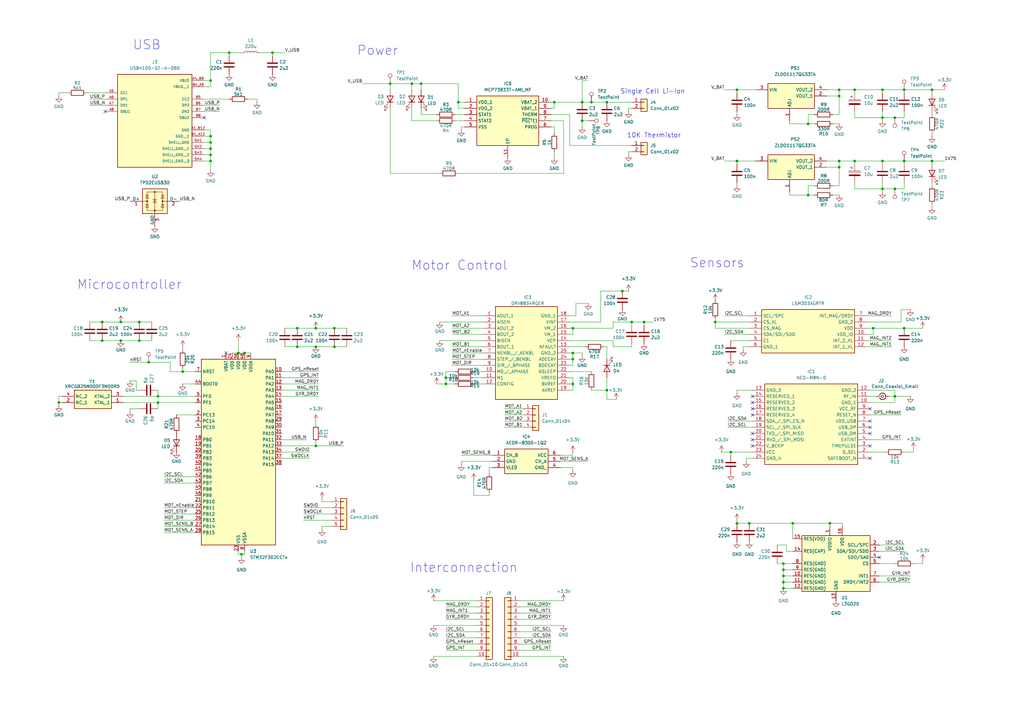
<source format=kicad_sch>
(kicad_sch (version 20250114) (generator "eeschema") (generator_version "9.0")
  (paper "A3")
  (text "Power" (at 154.94 20.828 0) (effects (font (size 3.81 3.81))))
  (text "Sensors" (at 294.132 107.95 0) (effects (font (size 3.81 3.81))))
  (text "Single Cell Li-Ion" (at 267.716 37.592 0) (effects (font (size 1.905 1.905))))
  (text "10K Thermistor" (at 268.224 55.626 0) (effects (font (size 1.905 1.905))))
  (text "Motor Control" (at 188.468 108.966 0) (effects (font (size 3.81 3.81))))
  (text "Microcontroller" (at 53.086 116.84 0) (effects (font (size 3.81 3.81))))
  (text "Interconnection" (at 190.246 232.918 0) (effects (font (size 3.81 3.81))))
  (text "USB" (at 60.198 18.542 0) (effects (font (size 3.81 3.81))))
  (junction (at 302.26 66.04))
  (junction (at 160.02 34.29))
  (junction (at 49.53 132.08))
  (junction (at 248.92 160.02))
  (junction (at 129.54 134.62))
  (junction (at 259.08 132.08))
  (junction (at 307.34 214.63))
  (junction (at 234.95 147.32))
  (junction (at 302.26 36.83))
  (junction (at 97.79 144.78))
  (junction (at 238.76 41.91))
  (junction (at 41.91 139.7))
  (junction (at 86.36 55.88))
  (junction (at 168.91 34.29))
  (junction (at 227.33 41.91))
  (junction (at 60.96 148.59))
  (junction (at 121.92 142.24))
  (junction (at 299.72 185.42))
  (junction (at 370.84 134.62))
  (junction (at 344.17 66.04))
  (junction (at 182.88 157.48))
  (junction (at 111.76 21.59))
  (junction (at 321.31 236.22))
  (junction (at 93.98 21.59))
  (junction (at 49.53 139.7))
  (junction (at 64.77 165.1))
  (junction (at 370.84 36.83))
  (junction (at 255.27 119.38))
  (junction (at 137.16 142.24))
  (junction (at 293.37 132.08))
  (junction (at 382.27 36.83))
  (junction (at 361.95 77.47))
  (junction (at 361.95 48.26))
  (junction (at 350.52 66.04))
  (junction (at 74.93 152.4))
  (junction (at 358.14 134.62))
  (junction (at 64.77 162.56))
  (junction (at 325.12 214.63))
  (junction (at 344.17 68.58))
  (junction (at 129.54 142.24))
  (junction (at 242.57 41.91))
  (junction (at 234.95 157.48))
  (junction (at 86.36 60.96))
  (junction (at 248.92 41.91))
  (junction (at 350.52 36.83))
  (junction (at 129.54 182.88))
  (junction (at 344.17 39.37))
  (junction (at 86.36 63.5))
  (junction (at 86.36 58.42))
  (junction (at 121.92 134.62))
  (junction (at 344.17 36.83))
  (junction (at 238.76 49.53))
  (junction (at 321.31 233.68))
  (junction (at 172.72 34.29))
  (junction (at 361.95 36.83))
  (junction (at 86.36 33.02))
  (junction (at 367.03 48.26))
  (junction (at 234.95 134.62))
  (junction (at 57.15 139.7))
  (junction (at 24.13 165.1))
  (junction (at 367.03 77.47))
  (junction (at 331.47 50.8))
  (junction (at 321.31 241.3))
  (junction (at 57.15 132.08))
  (junction (at 182.88 154.94))
  (junction (at 370.84 66.04))
  (junction (at 382.27 66.04))
  (junction (at 321.31 238.76))
  (junction (at 321.31 231.14))
  (junction (at 361.95 66.04))
  (junction (at 86.36 66.04))
  (junction (at 137.16 134.62))
  (junction (at 367.03 162.56))
  (junction (at 41.91 132.08))
  (junction (at 340.36 214.63))
  (junction (at 187.96 41.91))
  (junction (at 100.33 144.78))
  (junction (at 331.47 80.01))
  (junction (at 264.16 132.08))
  (junction (at 234.95 144.78))
  (junction (at 99.06 227.33))
  (junction (at 302.26 214.63))
  (no_connect (at 356.87 177.8))
  (no_connect (at 356.87 167.64))
  (no_connect (at 356.87 187.96))
  (no_connect (at 92.71 144.78))
  (no_connect (at 308.61 170.18))
  (no_connect (at 308.61 182.88))
  (no_connect (at 356.87 175.26))
  (no_connect (at 83.82 48.26))
  (no_connect (at 43.18 45.72))
  (no_connect (at 308.61 162.56))
  (no_connect (at 356.87 172.72))
  (no_connect (at 308.61 177.8))
  (no_connect (at 308.61 180.34))
  (no_connect (at 308.61 167.64))
  (no_connect (at 308.61 165.1))
  (no_connect (at 356.87 182.88))
  (no_connect (at 360.68 228.6))
  (wire (pts (xy 361.95 45.72) (xy 361.95 48.26)))
  (wire (pts (xy 367.03 231.14) (xy 360.68 231.14)))
  (wire (pts (xy 257.81 44.45) (xy 259.08 44.45)))
  (wire (pts (xy 341.63 50.8) (xy 344.17 50.8)))
  (wire (pts (xy 194.31 154.94) (xy 198.12 154.94)))
  (wire (pts (xy 358.14 134.62) (xy 358.14 137.16)))
  (wire (pts (xy 378.46 231.14) (xy 378.46 229.87)))
  (wire (pts (xy 185.42 129.54) (xy 198.12 129.54)))
  (wire (pts (xy 302.26 66.04) (xy 309.88 66.04)))
  (wire (pts (xy 234.95 137.16) (xy 233.68 137.16)))
  (wire (pts (xy 367.03 162.56) (xy 367.03 165.1)))
  (wire (pts (xy 374.65 185.42) (xy 374.65 184.15)))
  (wire (pts (xy 64.77 165.1) (xy 80.01 165.1)))
  (wire (pts (xy 234.95 134.62) (xy 251.46 134.62)))
  (wire (pts (xy 367.03 48.26) (xy 370.84 48.26)))
  (wire (pts (xy 116.84 134.62) (xy 121.92 134.62)))
  (wire (pts (xy 302.26 213.36) (xy 302.26 214.63)))
  (wire (pts (xy 207.01 172.72) (xy 214.63 172.72)))
  (wire (pts (xy 60.96 148.59) (xy 69.85 148.59)))
  (wire (pts (xy 367.03 160.02) (xy 367.03 162.56)))
  (wire (pts (xy 115.57 182.88) (xy 129.54 182.88)))
  (wire (pts (xy 227.33 62.23) (xy 227.33 64.77)))
  (wire (pts (xy 106.68 21.59) (xy 111.76 21.59)))
  (wire (pts (xy 129.54 142.24) (xy 137.16 142.24)))
  (wire (pts (xy 233.68 144.78) (xy 234.95 144.78)))
  (wire (pts (xy 189.23 52.07) (xy 189.23 53.34)))
  (wire (pts (xy 325.12 214.63) (xy 325.12 220.98)))
  (wire (pts (xy 49.53 139.7) (xy 57.15 139.7)))
  (wire (pts (xy 361.95 78.74) (xy 361.95 77.47)))
  (wire (pts (xy 382.27 66.04) (xy 382.27 67.31)))
  (wire (pts (xy 55.88 156.21) (xy 53.34 156.21)))
  (wire (pts (xy 345.44 215.9) (xy 345.44 214.63)))
  (wire (pts (xy 339.09 39.37) (xy 344.17 39.37)))
  (wire (pts (xy 83.82 63.5) (xy 86.36 63.5)))
  (wire (pts (xy 306.07 187.96) (xy 306.07 189.23)))
  (wire (pts (xy 370.84 66.04) (xy 382.27 66.04)))
  (wire (pts (xy 115.57 162.56) (xy 130.81 162.56)))
  (wire (pts (xy 172.72 34.29) (xy 187.96 34.29)))
  (wire (pts (xy 302.26 66.04) (xy 302.26 67.31)))
  (wire (pts (xy 99.06 227.33) (xy 97.79 227.33)))
  (wire (pts (xy 248.92 147.32) (xy 248.92 142.24)))
  (wire (pts (xy 238.76 144.78) (xy 238.76 146.05)))
  (wire (pts (xy 36.83 139.7) (xy 41.91 139.7)))
  (wire (pts (xy 304.8 142.24) (xy 304.8 143.51)))
  (wire (pts (xy 226.06 44.45) (xy 227.33 44.45)))
  (wire (pts (xy 298.45 175.26) (xy 308.61 175.26)))
  (wire (pts (xy 213.36 251.46) (xy 226.06 251.46)))
  (wire (pts (xy 227.33 52.07) (xy 227.33 54.61)))
  (wire (pts (xy 367.03 162.56) (xy 373.38 162.56)))
  (wire (pts (xy 179.07 49.53) (xy 168.91 49.53)))
  (wire (pts (xy 172.72 44.45) (xy 172.72 46.99)))
  (wire (pts (xy 41.91 132.08) (xy 49.53 132.08)))
  (wire (pts (xy 198.12 132.08) (xy 180.34 132.08)))
  (wire (pts (xy 331.47 80.01) (xy 334.01 80.01)))
  (wire (pts (xy 233.68 149.86) (xy 234.95 149.86)))
  (wire (pts (xy 299.72 139.7) (xy 307.34 139.7)))
  (wire (pts (xy 182.88 157.48) (xy 186.69 157.48)))
  (wire (pts (xy 168.91 49.53) (xy 168.91 44.45)))
  (wire (pts (xy 86.36 33.02) (xy 86.36 35.56)))
  (wire (pts (xy 321.31 231.14) (xy 321.31 233.68)))
  (wire (pts (xy 57.15 132.08) (xy 62.23 132.08)))
  (wire (pts (xy 322.58 223.52) (xy 322.58 226.06)))
  (wire (pts (xy 49.53 132.08) (xy 57.15 132.08)))
  (wire (pts (xy 350.52 36.83) (xy 361.95 36.83)))
  (wire (pts (xy 259.08 140.97) (xy 259.08 142.24)))
  (wire (pts (xy 340.36 214.63) (xy 340.36 215.9)))
  (wire (pts (xy 177.8 269.24) (xy 195.58 269.24)))
  (wire (pts (xy 350.52 45.72) (xy 350.52 48.26)))
  (wire (pts (xy 248.92 142.24) (xy 247.65 142.24)))
  (wire (pts (xy 259.08 132.08) (xy 259.08 133.35)))
  (wire (pts (xy 57.15 160.02) (xy 55.88 160.02)))
  (wire (pts (xy 67.31 213.36) (xy 80.01 213.36)))
  (wire (pts (xy 185.42 137.16) (xy 198.12 137.16)))
  (wire (pts (xy 246.38 119.38) (xy 246.38 132.08)))
  (wire (pts (xy 350.52 48.26) (xy 361.95 48.26)))
  (wire (pts (xy 195.58 248.92) (xy 182.88 248.92)))
  (wire (pts (xy 302.26 36.83) (xy 309.88 36.83)))
  (wire (pts (xy 302.26 36.83) (xy 302.26 38.1)))
  (wire (pts (xy 200.66 203.2) (xy 194.31 203.2)))
  (wire (pts (xy 293.37 130.81) (xy 293.37 132.08)))
  (wire (pts (xy 323.85 80.01) (xy 331.47 80.01)))
  (wire (pts (xy 321.31 241.3) (xy 325.12 241.3)))
  (wire (pts (xy 185.42 142.24) (xy 198.12 142.24)))
  (wire (pts (xy 213.36 266.7) (xy 226.06 266.7)))
  (wire (pts (xy 24.13 166.37) (xy 24.13 165.1)))
  (wire (pts (xy 67.31 195.58) (xy 80.01 195.58)))
  (wire (pts (xy 182.88 259.08) (xy 195.58 259.08)))
  (wire (pts (xy 242.57 152.4) (xy 233.68 152.4)))
  (wire (pts (xy 83.82 60.96) (xy 86.36 60.96)))
  (wire (pts (xy 86.36 63.5) (xy 86.36 66.04)))
  (wire (pts (xy 86.36 55.88) (xy 86.36 58.42)))
  (wire (pts (xy 74.93 152.4) (xy 80.01 152.4)))
  (wire (pts (xy 341.63 80.01) (xy 344.17 80.01)))
  (wire (pts (xy 233.68 142.24) (xy 240.03 142.24)))
  (wire (pts (xy 344.17 66.04) (xy 350.52 66.04)))
  (wire (pts (xy 83.82 58.42) (xy 86.36 58.42)))
  (wire (pts (xy 350.52 66.04) (xy 350.52 67.31)))
  (wire (pts (xy 234.95 149.86) (xy 234.95 147.32)))
  (wire (pts (xy 361.95 74.93) (xy 361.95 77.47)))
  (wire (pts (xy 257.81 62.23) (xy 257.81 63.5)))
  (wire (pts (xy 321.31 238.76) (xy 321.31 241.3)))
  (wire (pts (xy 226.06 259.08) (xy 213.36 259.08)))
  (wire (pts (xy 370.84 185.42) (xy 374.65 185.42)))
  (wire (pts (xy 129.54 134.62) (xy 137.16 134.62)))
  (wire (pts (xy 264.16 132.08) (xy 264.16 133.35)))
  (wire (pts (xy 323.85 78.74) (xy 323.85 80.01)))
  (wire (pts (xy 370.84 66.04) (xy 370.84 67.31)))
  (wire (pts (xy 231.14 269.24) (xy 213.36 269.24)))
  (wire (pts (xy 233.68 46.99) (xy 226.06 46.99)))
  (wire (pts (xy 129.54 172.72) (xy 129.54 173.99)))
  (wire (pts (xy 124.46 213.36) (xy 135.89 213.36)))
  (wire (pts (xy 234.95 144.78) (xy 238.76 144.78)))
  (wire (pts (xy 24.13 38.1) (xy 27.94 38.1)))
  (wire (pts (xy 53.34 148.59) (xy 60.96 148.59)))
  (wire (pts (xy 308.61 187.96) (xy 306.07 187.96)))
  (wire (pts (xy 293.37 132.08) (xy 293.37 134.62)))
  (wire (pts (xy 200.66 191.77) (xy 200.66 194.31)))
  (wire (pts (xy 187.96 41.91) (xy 190.5 41.91)))
  (wire (pts (xy 180.34 139.7) (xy 198.12 139.7)))
  (wire (pts (xy 195.58 254) (xy 182.88 254)))
  (wire (pts (xy 105.41 41.91) (xy 105.41 40.64)))
  (wire (pts (xy 24.13 39.37) (xy 24.13 38.1)))
  (wire (pts (xy 238.76 33.02) (xy 238.76 41.91)))
  (wire (pts (xy 67.31 218.44) (xy 80.01 218.44)))
  (wire (pts (xy 321.31 233.68) (xy 321.31 236.22)))
  (wire (pts (xy 231.14 246.38) (xy 213.36 246.38)))
  (wire (pts (xy 179.07 157.48) (xy 182.88 157.48)))
  (wire (pts (xy 207.01 170.18) (xy 214.63 170.18)))
  (wire (pts (xy 129.54 181.61) (xy 129.54 182.88)))
  (wire (pts (xy 322.58 226.06) (xy 325.12 226.06)))
  (wire (pts (xy 187.96 44.45) (xy 187.96 41.91)))
  (wire (pts (xy 115.57 160.02) (xy 130.81 160.02)))
  (wire (pts (xy 361.95 66.04) (xy 370.84 66.04)))
  (wire (pts (xy 83.82 53.34) (xy 86.36 53.34)))
  (wire (pts (xy 99.06 228.6) (xy 99.06 227.33)))
  (wire (pts (xy 190.5 52.07) (xy 189.23 52.07)))
  (wire (pts (xy 370.84 223.52) (xy 360.68 223.52)))
  (wire (pts (xy 297.18 66.04) (xy 302.26 66.04)))
  (wire (pts (xy 111.76 22.86) (xy 111.76 21.59)))
  (wire (pts (xy 344.17 68.58) (xy 344.17 66.04)))
  (wire (pts (xy 86.36 66.04) (xy 86.36 69.85)))
  (wire (pts (xy 213.36 254) (xy 226.06 254)))
  (wire (pts (xy 350.52 74.93) (xy 350.52 77.47)))
  (wire (pts (xy 115.57 185.42) (xy 127 185.42)))
  (wire (pts (xy 67.31 210.82) (xy 80.01 210.82)))
  (wire (pts (xy 74.93 157.48) (xy 80.01 157.48)))
  (wire (pts (xy 341.63 46.99) (xy 344.17 46.99)))
  (wire (pts (xy 187.96 34.29) (xy 187.96 41.91)))
  (wire (pts (xy 97.79 227.33) (xy 97.79 226.06)))
  (wire (pts (xy 24.13 165.1) (xy 24.13 162.56)))
  (wire (pts (xy 86.36 21.59) (xy 86.36 33.02)))
  (wire (pts (xy 189.23 189.23) (xy 189.23 190.5)))
  (wire (pts (xy 246.38 132.08) (xy 233.68 132.08)))
  (wire (pts (xy 339.09 66.04) (xy 344.17 66.04)))
  (wire (pts (xy 242.57 41.91) (xy 248.92 41.91)))
  (wire (pts (xy 115.57 180.34) (xy 125.73 180.34)))
  (wire (pts (xy 234.95 157.48) (xy 234.95 160.02)))
  (wire (pts (xy 132.08 204.47) (xy 132.08 205.74)))
  (wire (pts (xy 189.23 186.69) (xy 201.93 186.69)))
  (wire (pts (xy 331.47 46.99) (xy 331.47 50.8)))
  (wire (pts (xy 318.77 231.14) (xy 321.31 231.14)))
  (wire (pts (xy 83.82 40.64) (xy 93.98 40.64)))
  (wire (pts (xy 356.87 160.02) (xy 367.03 160.02)))
  (wire (pts (xy 64.77 165.1) (xy 64.77 167.64)))
  (wire (pts (xy 361.95 36.83) (xy 370.84 36.83)))
  (wire (pts (xy 195.58 264.16) (xy 182.88 264.16)))
  (wire (pts (xy 360.68 236.22) (xy 373.38 236.22)))
  (wire (pts (xy 172.72 46.99) (xy 179.07 46.99)))
  (wire (pts (xy 115.57 154.94) (xy 130.81 154.94)))
  (wire (pts (xy 207.01 175.26) (xy 214.63 175.26)))
  (wire (pts (xy 297.18 137.16) (xy 307.34 137.16)))
  (wire (pts (xy 182.88 261.62) (xy 195.58 261.62)))
  (wire (pts (xy 67.31 198.12) (xy 80.01 198.12)))
  (wire (pts (xy 356.87 162.56) (xy 359.41 162.56)))
  (wire (pts (xy 227.33 41.91) (xy 238.76 41.91)))
  (wire (pts (xy 259.08 62.23) (xy 257.81 62.23)))
  (wire (pts (xy 234.95 154.94) (xy 234.95 157.48)))
  (wire (pts (xy 370.84 77.47) (xy 370.84 74.93)))
  (wire (pts (xy 331.47 76.2) (xy 331.47 80.01)))
  (wire (pts (xy 64.77 160.02) (xy 64.77 162.56)))
  (wire (pts (xy 251.46 139.7) (xy 233.68 139.7)))
  (wire (pts (xy 355.6 129.54) (xy 365.76 129.54)))
  (wire (pts (xy 182.88 154.94) (xy 182.88 157.48)))
  (wire (pts (xy 248.92 154.94) (xy 248.92 160.02)))
  (wire (pts (xy 358.14 134.62) (xy 370.84 134.62)))
  (wire (pts (xy 69.85 152.4) (xy 74.93 152.4)))
  (wire (pts (xy 227.33 44.45) (xy 227.33 41.91)))
  (wire (pts (xy 297.18 129.54) (xy 307.34 129.54)))
  (wire (pts (xy 234.95 147.32) (xy 233.68 147.32)))
  (wire (pts (xy 259.08 132.08) (xy 264.16 132.08)))
  (wire (pts (xy 361.95 48.26) (xy 367.03 48.26)))
  (wire (pts (xy 231.14 49.53) (xy 231.14 71.12)))
  (wire (pts (xy 323.85 50.8) (xy 331.47 50.8)))
  (wire (pts (xy 259.08 142.24) (xy 251.46 142.24)))
  (wire (pts (xy 121.92 142.24) (xy 129.54 142.24)))
  (wire (pts (xy 36.83 43.18) (xy 43.18 43.18)))
  (wire (pts (xy 194.31 152.4) (xy 198.12 152.4)))
  (wire (pts (xy 86.36 21.59) (xy 93.98 21.59)))
  (wire (pts (xy 24.13 162.56) (xy 25.4 162.56)))
  (wire (pts (xy 195.58 266.7) (xy 182.88 266.7)))
  (wire (pts (xy 97.79 144.78) (xy 100.33 144.78)))
  (wire (pts (xy 339.09 68.58) (xy 344.17 68.58)))
  (wire (pts (xy 231.14 71.12) (xy 187.96 71.12)))
  (wire (pts (xy 213.36 248.92) (xy 226.06 248.92)))
  (wire (pts (xy 355.6 137.16) (xy 358.14 137.16)))
  (wire (pts (xy 177.8 256.54) (xy 195.58 256.54)))
  (wire (pts (xy 226.06 261.62) (xy 213.36 261.62)))
  (wire (pts (xy 53.34 168.91) (xy 53.34 167.64)))
  (wire (pts (xy 160.02 71.12) (xy 180.34 71.12)))
  (wire (pts (xy 229.87 186.69) (xy 234.95 186.69)))
  (wire (pts (xy 367.03 165.1) (xy 356.87 165.1)))
  (wire (pts (xy 86.36 58.42) (xy 86.36 60.96)))
  (wire (pts (xy 361.95 66.04) (xy 361.95 67.31)))
  (wire (pts (xy 168.91 34.29) (xy 172.72 34.29)))
  (wire (pts (xy 331.47 50.8) (xy 334.01 50.8)))
  (wire (pts (xy 302.26 45.72) (xy 302.26 46.99)))
  (wire (pts (xy 83.82 55.88) (xy 86.36 55.88)))
  (wire (pts (xy 299.72 185.42) (xy 299.72 186.69)))
  (wire (pts (xy 86.36 60.96) (xy 86.36 63.5)))
  (wire (pts (xy 200.66 201.93) (xy 200.66 203.2)))
  (wire (pts (xy 242.57 160.02) (xy 248.92 160.02)))
  (wire (pts (xy 53.34 167.64) (xy 57.15 167.64)))
  (wire (pts (xy 345.44 214.63) (xy 340.36 214.63)))
  (wire (pts (xy 370.84 36.83) (xy 370.84 38.1)))
  (wire (pts (xy 302.26 74.93) (xy 302.26 76.2)))
  (wire (pts (xy 105.41 40.64) (xy 101.6 40.64)))
  (wire (pts (xy 361.95 77.47) (xy 367.03 77.47)))
  (wire (pts (xy 168.91 36.83) (xy 168.91 34.29)))
  (wire (pts (xy 121.92 134.62) (xy 129.54 134.62)))
  (wire (pts (xy 350.52 77.47) (xy 361.95 77.47)))
  (wire (pts (xy 344.17 76.2) (xy 344.17 68.58)))
  (wire (pts (xy 334.01 76.2) (xy 331.47 76.2)))
  (wire (pts (xy 160.02 34.29) (xy 160.02 36.83)))
  (wire (pts (xy 233.68 157.48) (xy 234.95 157.48)))
  (wire (pts (xy 195.58 251.46) (xy 182.88 251.46)))
  (wire (pts (xy 100.33 227.33) (xy 99.06 227.33)))
  (wire (pts (xy 350.52 36.83) (xy 350.52 38.1)))
  (wire (pts (xy 321.31 238.76) (xy 325.12 238.76)))
  (wire (pts (xy 360.68 238.76) (xy 373.38 238.76)))
  (wire (pts (xy 207.01 167.64) (xy 214.63 167.64)))
  (wire (pts (xy 302.26 160.02) (xy 302.26 161.29)))
  (wire (pts (xy 93.98 21.59) (xy 99.06 21.59)))
  (wire (pts (xy 194.31 157.48) (xy 198.12 157.48)))
  (wire (pts (xy 57.15 139.7) (xy 62.23 139.7)))
  (wire (pts (xy 382.27 45.72) (xy 382.27 46.99)))
  (wire (pts (xy 137.16 142.24) (xy 142.24 142.24)))
  (wire (pts (xy 321.31 236.22) (xy 321.31 238.76)))
  (wire (pts (xy 182.88 152.4) (xy 182.88 154.94)))
  (wire (pts (xy 97.79 139.7) (xy 97.79 144.78)))
  (wire (pts (xy 241.3 33.02) (xy 238.76 33.02)))
  (wire (pts (xy 248.92 163.83) (xy 252.73 163.83)))
  (wire (pts (xy 137.16 134.62) (xy 142.24 134.62)))
  (wire (pts (xy 116.84 142.24) (xy 121.92 142.24)))
  (wire (pts (xy 295.91 185.42) (xy 299.72 185.42)))
  (wire (pts (xy 382.27 83.82) (xy 382.27 85.09)))
  (wire (pts (xy 382.27 66.04) (xy 387.35 66.04)))
  (wire (pts (xy 321.31 233.68) (xy 325.12 233.68)))
  (wire (pts (xy 307.34 142.24) (xy 304.8 142.24)))
  (wire (pts (xy 67.31 208.28) (xy 80.01 208.28)))
  (wire (pts (xy 361.95 36.83) (xy 361.95 38.1)))
  (wire (pts (xy 307.34 214.63) (xy 302.26 214.63)))
  (wire (pts (xy 344.17 46.99) (xy 344.17 39.37)))
  (wire (pts (xy 129.54 182.88) (xy 140.97 182.88)))
  (wire (pts (xy 64.77 162.56) (xy 80.01 162.56)))
  (wire (pts (xy 115.57 187.96) (xy 127 187.96)))
  (wire (pts (xy 382.27 36.83) (xy 382.27 38.1)))
  (wire (pts (xy 83.82 45.72) (xy 90.17 45.72)))
  (wire (pts (xy 135.89 215.9) (xy 132.08 215.9)))
  (wire (pts (xy 186.69 49.53) (xy 190.5 49.53)))
  (wire (pts (xy 234.95 193.04) (xy 234.95 191.77)))
  (wire (pts (xy 95.25 144.78) (xy 97.79 144.78)))
  (wire (pts (xy 236.22 129.54) (xy 233.68 129.54)))
  (wire (pts (xy 93.98 22.86) (xy 93.98 21.59)))
  (wire (pts (xy 234.95 186.69) (xy 234.95 185.42)))
  (wire (pts (xy 339.09 36.83) (xy 344.17 36.83)))
  (wire (pts (xy 370.84 226.06) (xy 360.68 226.06)))
  (wire (pts (xy 67.31 215.9) (xy 80.01 215.9)))
  (wire (pts (xy 24.13 165.1) (xy 25.4 165.1)))
  (wire (pts (xy 298.45 172.72) (xy 308.61 172.72)))
  (wire (pts (xy 356.87 170.18) (xy 369.57 170.18)))
  (wire (pts (xy 229.87 191.77) (xy 234.95 191.77)))
  (wire (pts (xy 233.68 154.94) (xy 234.95 154.94)))
  (wire (pts (xy 189.23 189.23) (xy 201.93 189.23)))
  (wire (pts (xy 344.17 36.83) (xy 350.52 36.83)))
  (wire (pts (xy 55.88 160.02) (xy 55.88 156.21)))
  (wire (pts (xy 340.36 214.63) (xy 325.12 214.63)))
  (wire (pts (xy 323.85 49.53) (xy 323.85 50.8)))
  (wire (pts (xy 382.27 36.83) (xy 387.35 36.83)))
  (wire (pts (xy 41.91 139.7) (xy 49.53 139.7)))
  (wire (pts (xy 83.82 66.04) (xy 86.36 66.04)))
  (wire (pts (xy 369.57 127) (xy 373.38 127)))
  (wire (pts (xy 350.52 66.04) (xy 361.95 66.04)))
  (wire (pts (xy 115.57 157.48) (xy 130.81 157.48)))
  (wire (pts (xy 367.03 77.47) (xy 370.84 77.47)))
  (wire (pts (xy 238.76 52.07) (xy 238.76 49.53)))
  (wire (pts (xy 382.27 74.93) (xy 382.27 76.2)))
  (wire (pts (xy 111.76 21.59) (xy 116.84 21.59)))
  (wire (pts (xy 233.68 59.69) (xy 259.08 59.69)))
  (wire (pts (xy 321.31 236.22) (xy 325.12 236.22)))
  (wire (pts (xy 233.68 134.62) (xy 234.95 134.62)))
  (wire (pts (xy 135.89 210.82) (xy 124.46 210.82)))
  (wire (pts (xy 251.46 132.08) (xy 251.46 134.62)))
  (wire (pts (xy 238.76 41.91) (xy 242.57 41.91)))
  (wire (pts (xy 186.69 46.99) (xy 190.5 46.99)))
  (wire (pts (xy 370.84 48.26) (xy 370.84 45.72)))
  (wire (pts (xy 234.95 144.78) (xy 234.95 147.32)))
  (wire (pts (xy 185.42 134.62) (xy 198.12 134.62)))
  (wire (pts (xy 135.89 208.28) (xy 124.46 208.28)))
  (wire (pts (xy 132.08 215.9) (xy 132.08 217.17)))
  (wire (pts (xy 325.12 231.14) (xy 321.31 231.14)))
  (wire (pts (xy 236.22 124.46) (xy 236.22 129.54)))
  (wire (pts (xy 370.84 36.83) (xy 382.27 36.83)))
  (wire (pts (xy 370.84 134.62) (xy 378.46 134.62)))
  (wire (pts (xy 182.88 154.94) (xy 186.69 154.94)))
  (wire (pts (xy 74.93 151.13) (xy 74.93 152.4)))
  (wire (pts (xy 364.49 162.56) (xy 367.03 162.56)))
  (wire (pts (xy 115.57 152.4) (xy 130.81 152.4)))
  (wire (pts (xy 238.76 49.53) (xy 241.3 49.53)))
  (wire (pts (xy 355.6 134.62) (xy 358.14 134.62)))
  (wire (pts (xy 257.81 45.72) (xy 257.81 44.45)))
  (wire (pts (xy 190.5 44.45) (xy 187.96 44.45)))
  (wire (pts (xy 227.33 41.91) (xy 226.06 41.91)))
  (wire (pts (xy 201.93 191.77) (xy 200.66 191.77)))
  (wire (pts (xy 255.27 119.38) (xy 257.81 119.38)))
  (wire (pts (xy 318.77 223.52) (xy 322.58 223.52)))
  (wire (pts (xy 148.59 34.29) (xy 160.02 34.29)))
  (wire (pts (xy 369.57 132.08) (xy 369.57 127)))
  (wire (pts (xy 374.65 231.14) (xy 378.46 231.14)))
  (wire (pts (xy 248.92 163.83) (xy 248.92 160.02)))
  (wire (pts (xy 259.08 132.08) (xy 251.46 132.08)))
  (wire (pts (xy 83.82 33.02) (xy 86.36 33.02)))
  (wire (pts (xy 293.37 134.62) (xy 307.34 134.62)))
  (wire (pts (xy 36.83 40.64) (xy 43.18 40.64)))
  (wire (pts (xy 185.42 149.86) (xy 198.12 149.86)))
  (wire (pts (xy 177.8 246.38) (xy 195.58 246.38)))
  (wire (pts (xy 251.46 142.24) (xy 251.46 139.7)))
  (wire (pts (xy 100.33 226.06) (xy 100.33 227.33)))
  (wire (pts (xy 293.37 132.08) (xy 307.34 132.08)))
  (wire (pts (xy 356.87 180.34) (xy 369.57 180.34)))
  (wire (pts (xy 86.36 53.34) (xy 86.36 55.88)))
  (wire (pts (xy 363.22 185.42) (xy 356.87 185.42)))
  (wire (pts (xy 100.33 144.78) (xy 102.87 144.78)))
  (wire (pts (xy 213.36 264.16) (xy 226.06 264.16)))
  (wire (pts (xy 297.18 36.83) (xy 302.26 36.83)))
  (wire (pts (xy 334.01 46.99) (xy 331.47 46.99)))
  (wire (pts (xy 69.85 148.59) (xy 69.85 152.4)))
  (wire (pts (xy 264.16 132.08) (xy 267.97 132.08)))
  (wire (pts (xy 231.14 256.54) (xy 213.36 256.54)))
  (wire (pts (xy 160.02 44.45) (xy 160.02 71.12)))
  (wire (pts (xy 344.17 39.37) (xy 344.17 36.83)))
  (wire (pts (xy 234.95 160.02) (xy 233.68 160.02)))
  (wire (pts (xy 355.6 132.08) (xy 369.57 132.08)))
  (wire (pts (xy 229.87 189.23) (xy 241.3 189.23)))
  (wire (pts (xy 50.8 162.56) (xy 64.77 162.56)))
  (wire (pts (xy 325.12 214.63) (xy 307.34 214.63)))
  (wire (pts (xy 226.06 52.07) (xy 227.33 52.07)))
  (wire (pts (xy 135.89 205.74) (xy 132.08 205.74)))
  (wire (pts (xy 194.31 203.2) (xy 194.31 196.85)))
  (wire (pts (xy 50.8 165.1) (xy 64.77 165.1)))
  (wire (pts (xy 382.27 54.61) (xy 382.27 55.88)))
  (wire (pts (xy 355.6 142.24) (xy 365.76 142.24)))
  (wire (pts (xy 72.39 170.18) (xy 80.01 170.18)))
  (wire (pts (xy 236.22 124.46) (xy 241.3 124.46)))
  (wire (pts (xy 35.56 38.1) (xy 43.18 38.1)))
  (wire (pts (xy 246.38 119.38) (xy 255.27 119.38)))
  (wire (pts (xy 248.92 41.91) (xy 259.08 41.91)))
  (wire (pts (xy 160.02 34.29) (xy 168.91 34.29)))
  (wire (pts (xy 233.68 46.99) (xy 233.68 59.69)))
  (wire (pts (xy 185.42 147.32) (xy 198.12 147.32)))
  (wire (pts (xy 361.95 49.53) (xy 361.95 48.26)))
  (wire (pts (xy 355.6 139.7) (xy 365.76 139.7)))
  (wire (pts (xy 83.82 35.56) (xy 86.36 35.56)))
  (wire (pts (xy 226.06 49.53) (xy 231.14 49.53)))
  (wire (pts (xy 299.72 185.42) (xy 308.61 185.42)))
  (wire (pts (xy 308.61 160.02) (xy 302.26 160.02)))
  (wire (pts (xy 172.72 36.83) (xy 172.72 34.29)))
  (wire (pts (xy 234.95 134.62) (xy 234.95 137.16)))
  (wire (pts (xy 185.42 144.78) (xy 198.12 144.78)))
  (wire (pts (xy 36.83 132.08) (xy 41.91 132.08)))
  (wire (pts (xy 74.93 142.24) (xy 74.93 143.51)))
  (wire (pts (xy 83.82 43.18) (xy 90.17 43.18)))
  (wire (pts (xy 186.69 152.4) (xy 182.88 152.4)))
  (wire (pts (xy 341.63 76.2) (xy 344.17 76.2)))
  (label "V_BAT" (at 241.3 33.02 180))
  (label "V_BAT" (at 297.18 36.83 180))
  (label "GPS_INT" (at 130.81 154.94 180))
  (label "MOT_A1" (at 185.42 129.54 0))
  (label "MOT_SENS_A" (at 241.3 189.23 180))
  (label "GPS_nReset" (at 130.81 152.4 180))
  (label "USB_P" (at 140.97 182.88 180))
  (label "GPS_nReset" (at 369.57 170.18 180))
  (label "I2C_SDA" (at 67.31 198.12 0))
  (label "MOT_B1" (at 207.01 175.26 0))
  (label "MOT_A2" (at 185.42 134.62 0))
  (label "MAG_INT1" (at 365.76 142.24 180))
  (label "SWDIO" (at 127 185.42 180))
  (label "MOT_nEnable" (at 67.31 208.28 0))
  (label "SWDCLK" (at 127 187.96 180))
  (label "nRST" (at 124.46 213.36 0))
  (label "MOT_SENS_B" (at 67.31 215.9 0))
  (label "I2C_SCL" (at 182.88 259.08 0))
  (label "I2C_SDA" (at 370.84 226.06 180))
  (label "MOT_SENS_A" (at 67.31 218.44 0))
  (label "MAG_INT1" (at 182.88 251.46 0))
  (label "GPS_INT" (at 226.06 266.7 180))
  (label "MOT_nEnable" (at 185.42 144.78 0))
  (label "USB_N" (at 90.17 45.72 180))
  (label "MOT_DIR" (at 67.31 213.36 0))
  (label "GYR_DRDY" (at 226.06 254 180))
  (label "MOT_STEP" (at 185.42 147.32 0))
  (label "USB_P" (at 53.34 82.55 180))
  (label "nRST" (at 53.34 148.59 0))
  (label "V_USB" (at 116.84 21.59 0))
  (label "MAG_DRDY" (at 226.06 248.92 180))
  (label "USB_N" (at 73.66 82.55 0))
  (label "I2C_SCL" (at 67.31 195.58 0))
  (label "I2C_SDA" (at 298.45 172.72 0))
  (label "MOT_B2" (at 185.42 137.16 0))
  (label "GPS_nReset" (at 182.88 264.16 0))
  (label "MAG_INT2" (at 365.76 139.7 180))
  (label "MAG_INT1" (at 226.06 251.46 180))
  (label "I2C_SDA" (at 297.18 137.16 0))
  (label "MOT_A2" (at 207.01 170.18 0))
  (label "GYR_DRDY" (at 182.88 254 0))
  (label "V_USB" (at 148.59 34.29 180))
  (label "MAG_INT1" (at 130.81 160.02 180))
  (label "MAG_DRDY" (at 365.76 129.54 180))
  (label "MOT_B1" (at 185.42 142.24 0))
  (label "I2C_SCL" (at 298.45 175.26 0))
  (label "GYR_INT" (at 373.38 236.22 180))
  (label "I2C_SCL" (at 226.06 259.08 180))
  (label "GYR_DRDY" (at 373.38 238.76 180))
  (label "I2C_SCL" (at 370.84 223.52 180))
  (label "1V75" (at 387.35 66.04 0))
  (label "V_BAT" (at 297.18 66.04 180))
  (label "MAG_DRDY" (at 130.81 157.48 180))
  (label "SWDIO" (at 124.46 208.28 0))
  (label "GPS_nReset" (at 226.06 264.16 180))
  (label "MOT_DIR" (at 185.42 149.86 0))
  (label "MOT_SENS_B" (at 189.23 186.69 0))
  (label "MAG_DRDY" (at 182.88 248.92 0))
  (label "I2C_SDA" (at 182.88 261.62 0))
  (label "GYR_DRDY" (at 130.81 162.56 180))
  (label "USB_N" (at 125.73 180.34 180))
  (label "USB_P" (at 90.17 43.18 180))
  (label "GPS_INT" (at 369.57 180.34 180))
  (label "I2C_SCL" (at 297.18 129.54 0))
  (label "USB_N" (at 36.83 43.18 0))
  (label "SWDCLK" (at 124.46 210.82 0))
  (label "MOT_A1" (at 207.01 167.64 0))
  (label "MOT_STEP" (at 67.31 210.82 0))
  (label "GPS_INT" (at 182.88 266.7 0))
  (label "MOT_B2" (at 207.01 172.72 0))
  (label "USB_P" (at 36.83 40.64 0))
  (label "1V75" (at 267.97 132.08 0))
  (label "I2C_SDA" (at 226.06 261.62 180))
  (symbol (lib_id "power:+3.3V") (at 293.37 123.19 0) (unit 1)
    (property "Reference" "#PWR035" (effects (hide yes)))
    (property "Value" "+3.3V" (at 293.37 119.126 0))
    (property "Description" "Power symbol creates a global label with name \"+3.3V\"" (effects (hide yes)))
  )
  (symbol (lib_id "Device:R") (at 190.5 152.4 90) (unit 1)
    (property "Reference" "R19" (at 194.818 153.162 90))
    (property "Value" "10k" (at 194.818 151.638 90))
    (property "Footprint" "Resistor_SMD:R_0603_1608Metric" (effects (hide yes)))
    (property "Description" "Resistor" (effects (hide yes)))
  )
  (symbol (lib_id "Device:C") (at 299.72 190.5 0) (mirror y) (unit 1)
    (property "Reference" "C15" (at 296.926 189.23 0) (effects (justify left)))
    (property "Value" "220n" (at 296.926 191.77 0) (effects (justify left)))
    (property "Footprint" "Capacitor_SMD:C_0603_1608Metric" (effects (hide yes)))
    (property "Description" "Unpolarized capacitor" (effects (hide yes)))
  )
  (symbol (lib_id "Device:R") (at 382.27 80.01 180) (unit 1)
    (property "Reference" "R23" (at 386.334 80.01 90))
    (property "Value" "470R" (at 384.302 80.01 90))
    (property "Footprint" "Resistor_SMD:R_0603_1608Metric" (effects (hide yes)))
    (property "Description" "Resistor" (effects (hide yes)))
  )
  (symbol (lib_id "Device:C") (at 238.76 45.72 0) (unit 1)
    (property "Reference" "C3" (at 241.554 44.45 0) (effects (justify left)))
    (property "Value" "2u2" (at 241.554 46.99 0) (effects (justify left)))
    (property "Footprint" "Capacitor_SMD:C_0603_1608Metric" (effects (hide yes)))
    (property "Description" "Unpolarized capacitor" (effects (hide yes)))
  )
  (symbol (lib_id "power:GND") (at 382.27 85.09 0) (unit 1)
    (property "Reference" "#PWR060" (effects (hide yes)))
    (property "Value" "GND" (at 382.27 89.408 0))
    (property "Description" "Power symbol creates a global label with name \"GND\" , ground" (effects (hide yes)))
  )
  (symbol (lib_id "Device:R") (at 97.79 40.64 270) (unit 1)
    (property "Reference" "R1" (at 97.79 36.576 90))
    (property "Value" "5k1" (at 97.79 38.608 90))
    (property "Footprint" "Resistor_SMD:R_0603_1608Metric" (effects (hide yes)))
    (property "Description" "Resistor" (effects (hide yes)))
  )
  (symbol (lib_id "Device:C") (at 302.26 218.44 0) (mirror y) (unit 1)
    (property "Reference" "C29" (at 299.466 217.17 0) (effects (justify left)))
    (property "Value" "220n" (at 299.466 219.71 0) (effects (justify left)))
    (property "Footprint" "Capacitor_SMD:C_0603_1608Metric" (effects (hide yes)))
    (property "Description" "Unpolarized capacitor" (effects (hide yes)))
  )
  (symbol (lib_id "power:GND") (at 264.16 140.97 0) (unit 1)
    (property "Reference" "#PWR042" (effects (hide yes)))
    (property "Value" "GND" (at 264.16 144.78 0))
    (property "Description" "Power symbol creates a global label with name \"GND\" , ground" (effects (hide yes)))
  )
  (symbol (lib_id "Device:R") (at 182.88 49.53 90) (unit 1)
    (property "Reference" "R4" (at 182.88 53.594 90))
    (property "Value" "470R" (at 182.88 51.562 90))
    (property "Footprint" "Resistor_SMD:R_0603_1608Metric" (effects (hide yes)))
    (property "Description" "Resistor" (effects (hide yes)))
  )
  (symbol (lib_id "power:GND") (at 53.34 156.21 0) (unit 1)
    (property "Reference" "#PWR048" (effects (hide yes)))
    (property "Value" "GND" (at 53.34 160.02 0))
    (property "Description" "Power symbol creates a global label with name \"GND\" , ground" (effects (hide yes)))
  )
  (symbol (lib_id "Connector:TestPoint") (at 370.84 66.04 0) (unit 1)
    (property "Reference" "TP4" (at 373.38 61.4679 0) (effects (justify left)))
    (property "Value" "TestPoint" (at 373.38 64.0079 0) (effects (justify left)))
    (property "Footprint" "TestPoint:TestPoint_THTPad_D1.0mm_Drill0.5mm" (effects (hide yes)))
    (property "Description" "test point" (effects (hide yes)))
  )
  (symbol (lib_id "Device:C") (at 307.34 218.44 0) (unit 1)
    (property "Reference" "C31" (at 310.134 217.17 0) (effects (justify left)))
    (property "Value" "2u2" (at 310.134 219.71 0) (effects (justify left)))
    (property "Footprint" "Capacitor_SMD:C_0603_1608Metric" (effects (hide yes)))
    (property "Description" "Unpolarized capacitor" (effects (hide yes)))
  )
  (symbol (lib_id "Connector:TestPoint") (at 60.96 148.59 0) (unit 1)
    (property "Reference" "TP5" (at 63.5 144.0179 0) (effects (justify left)))
    (property "Value" "TestPoint" (at 63.5 146.5579 0) (effects (justify left)))
    (property "Footprint" "TestPoint:TestPoint_THTPad_D1.0mm_Drill0.5mm" (effects (hide yes)))
    (property "Description" "test point" (effects (hide yes)))
  )
  (symbol (lib_id "Device:C") (at 142.24 138.43 0) (unit 1)
    (property "Reference" "C23" (at 145.034 137.16 0) (effects (justify left)))
    (property "Value" "2u2" (at 145.034 139.7 0) (effects (justify left)))
    (property "Footprint" "Capacitor_SMD:C_0603_1608Metric" (effects (hide yes)))
    (property "Description" "Unpolarized capacitor" (effects (hide yes)))
  )
  (symbol (lib_id "power:+3.3V") (at 177.8 246.38 0) (mirror y) (unit 1)
    (property "Reference" "#PWR064" (effects (hide yes)))
    (property "Value" "+3.3V" (at 177.8 242.316 0))
    (property "Description" "Power symbol creates a global label with name \"+3.3V\"" (effects (hide yes)))
  )
  (symbol (lib_id "power:GND") (at 231.14 269.24 0) (unit 1)
    (property "Reference" "#PWR061" (effects (hide yes)))
    (property "Value" "GND" (at 231.14 273.05 0))
    (property "Description" "Power symbol creates a global label with name \"GND\" , ground" (effects (hide yes)))
  )
  (symbol (lib_id "power:+3.3V") (at 378.46 134.62 0) (unit 1)
    (property "Reference" "#PWR010" (effects (hide yes)))
    (property "Value" "+3.3V" (at 378.46 130.556 0))
    (property "Description" "Power symbol creates a global label with name \"+3.3V\"" (effects (hide yes)))
  )
  (symbol (lib_id "power:GND") (at 177.8 256.54 0) (mirror y) (unit 1)
    (property "Reference" "#PWR065" (effects (hide yes)))
    (property "Value" "GND" (at 177.8 260.35 0))
    (property "Description" "Power symbol creates a global label with name \"GND\" , ground" (effects (hide yes)))
  )
  (symbol (lib_id "power:GND") (at 370.84 142.24 0) (mirror y) (unit 1)
    (property "Reference" "#PWR037" (effects (hide yes)))
    (property "Value" "GND" (at 370.84 147.32 0))
    (property "Description" "Power symbol creates a global label with name \"GND\" , ground" (effects (hide yes)))
  )
  (symbol (lib_id "power:GND") (at 361.95 78.74 0) (unit 1)
    (property "Reference" "#PWR031" (effects (hide yes)))
    (property "Value" "GND" (at 361.95 83.058 0))
    (property "Description" "Power symbol creates a global label with name \"GND\" , ground" (effects (hide yes)))
  )
  (symbol (lib_id "Connector_Generic:Conn_01x10") (at 200.66 256.54 0) (unit 1)
    (property "Reference" "J7" (at 199.136 243.332 0) (effects (justify left)))
    (property "Value" "Conn_01x10" (at 192.532 272.542 0) (effects (justify left)))
    (property "Footprint" "Connector_PinHeader_1.27mm:PinHeader_1x10_P1.27mm_Vertical" (effects (hide yes)))
    (property "Description" "Generic connector, single row, 01x10, script generated (kicad-library-utils/schlib/autogen/connector/)" (effects (hide yes)))
  )
  (symbol (lib_id "power:GND") (at 373.38 162.56 0) (unit 1)
    (property "Reference" "#PWR05" (effects (hide yes)))
    (property "Value" "GND" (at 373.38 167.64 0))
    (property "Description" "Power symbol creates a global label with name \"GND\" , ground" (effects (hide yes)))
  )
  (symbol (lib_id "Device:C") (at 370.84 138.43 0) (unit 1)
    (property "Reference" "C14" (at 373.634 137.16 0) (effects (justify left)))
    (property "Value" "220n" (at 373.634 139.7 0) (effects (justify left)))
    (property "Footprint" "Capacitor_SMD:C_0603_1608Metric" (effects (hide yes)))
    (property "Description" "Unpolarized capacitor" (effects (hide yes)))
  )
  (symbol (lib_id "Device:C") (at 370.84 71.12 0) (unit 1)
    (property "Reference" "C9" (at 373.634 69.85 0) (effects (justify left)))
    (property "Value" "100n" (at 373.634 72.39 0) (effects (justify left)))
    (property "Footprint" "Capacitor_SMD:C_0603_1608Metric" (effects (hide yes)))
    (property "Description" "Unpolarized capacitor" (effects (hide yes)))
  )
  (symbol (lib_id "power:GND") (at 86.36 69.85 0) (unit 1)
    (property "Reference" "#PWR015" (effects (hide yes)))
    (property "Value" "GND" (at 86.36 74.168 0))
    (property "Description" "Power symbol creates a global label with name \"GND\" , ground" (effects (hide yes)))
  )
  (symbol (lib_id "power:GND") (at 189.23 53.34 0) (unit 1)
    (property "Reference" "#PWR020" (effects (hide yes)))
    (property "Value" "GND" (at 189.23 57.658 0))
    (property "Description" "Power symbol creates a global label with name \"GND\" , ground" (effects (hide yes)))
  )
  (symbol (lib_id "Device:R") (at 31.75 38.1 90) (mirror x) (unit 1)
    (property "Reference" "R2" (at 31.75 34.036 90))
    (property "Value" "5k1" (at 31.75 36.068 90))
    (property "Footprint" "Resistor_SMD:R_0603_1608Metric" (effects (hide yes)))
    (property "Description" "Resistor" (effects (hide yes)))
  )
  (symbol (lib_id "Device:R") (at 227.33 58.42 0) (unit 1)
    (property "Reference" "R6" (at 223.266 58.42 90))
    (property "Value" "1k" (at 225.298 58.42 90))
    (property "Footprint" "Resistor_SMD:R_0603_1608Metric" (effects (hide yes)))
    (property "Description" "Resistor" (effects (hide yes)))
  )
  (symbol (lib_id "AEDR-8300-1Q2:AEDR-8300-1Q2") (at 201.93 186.69 0) (unit 1)
    (property "Reference" "IC4" (at 215.9 179.07 0))
    (property "Value" "AEDR-8300-1Q2" (at 215.9 181.61 0))
    (property "Footprint" "AEDR-8300-1Q2:AEDR83001Q2" (effects (hide yes)))
    (property "Datasheet" "https://www.digikey.ph/en/products/detail/broadcom-limited/AEDR-8300-1Q2/4573056?msockid=39f1ec84d77b6f4428b7f904d6676eed" (effects (hide yes)))
    (property "Description" "Reflective Optical Sensor 0.079\" (2mm) Codewheel/Codestrip 6-SMD, No Lead" (effects (hide yes)))
    (property "Height" "1.63" (effects (hide yes)))
    (property "Manufacturer_Name" "Avago Technologies" (effects (hide yes)))
    (property "Manufacturer_Part_Number" "AEDR-8300-1Q2" (effects (hide yes)))
  )
  (symbol (lib_id "Device:C") (at 370.84 41.91 0) (unit 1)
    (property "Reference" "C12" (at 373.634 40.64 0) (effects (justify left)))
    (property "Value" "100n" (at 373.634 43.18 0) (effects (justify left)))
    (property "Footprint" "Capacitor_SMD:C_0603_1608Metric" (effects (hide yes)))
    (property "Description" "Unpolarized capacitor" (effects (hide yes)))
  )
  (symbol (lib_id "Device:C") (at 57.15 135.89 0) (mirror y) (unit 1)
    (property "Reference" "C24" (at 54.356 134.62 0) (effects (justify left)))
    (property "Value" "100n" (at 54.356 137.16 0) (effects (justify left)))
    (property "Footprint" "Capacitor_SMD:C_0603_1608Metric" (effects (hide yes)))
    (property "Description" "Unpolarized capacitor" (effects (hide yes)))
  )
  (symbol (lib_id "Device:R") (at 200.66 198.12 0) (unit 1)
    (property "Reference" "R14" (at 196.596 198.12 90))
    (property "Value" "470R" (at 198.628 198.12 90))
    (property "Footprint" "Resistor_SMD:R_0603_1608Metric" (effects (hide yes)))
    (property "Description" "Resistor" (effects (hide yes)))
  )
  (symbol (lib_id "Device:LED") (at 248.92 151.13 90) (mirror x) (unit 1)
    (property "Reference" "D4" (at 251.46 152.146 90) (effects (justify right)))
    (property "Value" "LED" (at 251.46 149.606 90) (effects (justify right)))
    (property "Footprint" "LED_SMD:LED_0603_1608Metric" (effects (hide yes)))
    (property "Description" "Light emitting diode" (effects (hide yes)))
    (property "Sim.Pins" "1=K 2=A" (effects (hide yes)))
  )
  (symbol (lib_id "Device:R") (at 370.84 231.14 90) (mirror x) (unit 1)
    (property "Reference" "R24" (at 370.84 227.076 90))
    (property "Value" "10k" (at 370.84 229.108 90))
    (property "Footprint" "Resistor_SMD:R_0603_1608Metric" (effects (hide yes)))
    (property "Description" "Resistor" (effects (hide yes)))
  )
  (symbol (lib_id "power:GND") (at 63.5 92.71 0) (unit 1)
    (property "Reference" "#PWR018" (effects (hide yes)))
    (property "Value" "GND" (at 63.5 97.028 0))
    (property "Description" "Power symbol creates a global label with name \"GND\" , ground" (effects (hide yes)))
  )
  (symbol (lib_id "power:+3.3V") (at 231.14 246.38 0) (unit 1)
    (property "Reference" "#PWR062" (effects (hide yes)))
    (property "Value" "+3.3V" (at 231.14 242.57 0))
    (property "Description" "Power symbol creates a global label with name \"+3.3V\"" (effects (hide yes)))
  )
  (symbol (lib_id "DRV8834RGER:DRV8834RGER") (at 198.12 129.54 0) (unit 1)
    (property "Reference" "IC3" (at 216.408 121.92 0))
    (property "Value" "DRV8834RGER" (at 216.408 124.46 0))
    (property "Footprint" "DRV8834RGER:QFN50P400X400X100-25N-D" (effects (hide yes)))
    (property "Datasheet" "http://www.ti.com/lit/gpn/drv8834" (effects (hide yes)))
    (property "Description" "2.2A Low Voltage Stepper w/ 32-step Indexer or Dual Brushed DC Motor Driver (Indexer or PH/EN Ctrl)" (effects (hide yes)))
    (property "Height" "1" (effects (hide yes)))
    (property "Mouser Part Number" "595-DRV8834RGER" (effects (hide yes)))
    (property "Mouser Price/Stock" "https://www.mouser.co.uk/ProductDetail/Texas-Instruments/DRV8834RGER?qs=UFc95S4Z4CbZvVPj6YuR6w%3D%3D" (effects (hide yes)))
    (property "Manufacturer_Name" "Texas Instruments" (effects (hide yes)))
    (property "Manufacturer_Part_Number" "DRV8834RGER" (effects (hide yes)))
  )
  (symbol (lib_id "power:GND") (at 302.26 76.2 0) (unit 1)
    (property "Reference" "#PWR028" (effects (hide yes)))
    (property "Value" "GND" (at 302.26 80.518 0))
    (property "Description" "Power symbol creates a global label with name \"GND\" , ground" (effects (hide yes)))
  )
  (symbol (lib_id "power:GND") (at 302.26 161.29 0) (unit 1)
    (property "Reference" "#PWR06" (effects (hide yes)))
    (property "Value" "GND" (at 302.26 166.37 0))
    (property "Description" "Power symbol creates a global label with name \"GND\" , ground" (effects (hide yes)))
  )
  (symbol (lib_id "Connector:TestPoint") (at 241.3 49.53 270) (unit 1)
    (property "Reference" "TP8" (at 245.364 51.562 0) (effects (justify left)))
    (property "Value" "TestPoint" (at 243.586 50.8 0) (effects (justify left)))
    (property "Footprint" "TestPoint:TestPoint_THTPad_D1.0mm_Drill0.5mm" (effects (hide yes)))
    (property "Description" "test point" (effects (hide yes)))
  )
  (symbol (lib_id "Connector:TestPoint") (at 160.02 34.29 0) (unit 1)
    (property "Reference" "TP1" (at 162.56 29.7179 0) (effects (justify left)))
    (property "Value" "TestPoint" (at 162.56 32.2579 0) (effects (justify left)))
    (property "Footprint" "TestPoint:TestPoint_THTPad_D1.0mm_Drill0.5mm" (effects (hide yes)))
    (property "Description" "test point" (effects (hide yes)))
  )
  (symbol (lib_id "Device:R") (at 337.82 46.99 90) (mirror x) (unit 1)
    (property "Reference" "R9" (at 337.82 42.926 90))
    (property "Value" "200R" (at 337.82 44.958 90))
    (property "Footprint" "Resistor_SMD:R_0603_1608Metric" (effects (hide yes)))
    (property "Description" "Resistor" (effects (hide yes)))
  )
  (symbol (lib_id "power:GND") (at 238.76 146.05 0) (unit 1)
    (property "Reference" "#PWR045" (effects (hide yes)))
    (property "Value" "GND" (at 238.76 149.86 0))
    (property "Description" "Power symbol creates a global label with name \"GND\" , ground" (effects (hide yes)))
  )
  (symbol (lib_id "power:GND") (at 255.27 127 0) (unit 1)
    (property "Reference" "#PWR068" (effects (hide yes)))
    (property "Value" "GND" (at 255.27 130.81 0))
    (property "Description" "Power symbol creates a global label with name \"GND\" , ground" (effects (hide yes)))
  )
  (symbol (lib_id "power:GND") (at 105.41 41.91 0) (unit 1)
    (property "Reference" "#PWR016" (effects (hide yes)))
    (property "Value" "GND" (at 105.41 46.228 0))
    (property "Description" "Power symbol creates a global label with name \"GND\" , ground" (effects (hide yes)))
  )
  (symbol (lib_id "power:GND") (at 180.34 139.7 0) (unit 1)
    (property "Reference" "#PWR046" (effects (hide yes)))
    (property "Value" "GND" (at 180.34 143.51 0))
    (property "Description" "Power symbol creates a global label with name \"GND\" , ground" (effects (hide yes)))
  )
  (symbol (lib_id "power:+3.3V") (at 234.95 185.42 0) (unit 1)
    (property "Reference" "#PWR011" (effects (hide yes)))
    (property "Value" "+3.3V" (at 234.95 180.34 0))
    (property "Description" "Power symbol creates a global label with name \"+3.3V\"" (effects (hide yes)))
  )
  (symbol (lib_id "power:GND") (at 382.27 55.88 0) (unit 1)
    (property "Reference" "#PWR059" (effects (hide yes)))
    (property "Value" "GND" (at 382.27 60.198 0))
    (property "Description" "Power symbol creates a global label with name \"GND\" , ground" (effects (hide yes)))
  )
  (symbol (lib_id "Device:C") (at 137.16 138.43 0) (mirror y) (unit 1)
    (property "Reference" "C22" (at 134.366 137.16 0) (effects (justify left)))
    (property "Value" "100n" (at 134.366 139.7 0) (effects (justify left)))
    (property "Footprint" "Capacitor_SMD:C_0603_1608Metric" (effects (hide yes)))
    (property "Description" "Unpolarized capacitor" (effects (hide yes)))
  )
  (symbol (lib_id "power:GND") (at 111.76 30.48 0) (unit 1)
    (property "Reference" "#PWR023" (effects (hide yes)))
    (property "Value" "GND" (at 111.76 34.798 0))
    (property "Description" "Power symbol creates a global label with name \"GND\" , ground" (effects (hide yes)))
  )
  (symbol (lib_id "power:GND") (at 342.9 246.38 0) (unit 1)
    (property "Reference" "#PWR071" (effects (hide yes)))
    (property "Value" "GND" (at 342.9 251.46 0))
    (property "Description" "Power symbol creates a global label with name \"GND\" , ground" (effects (hide yes)))
  )
  (symbol (lib_id "Connector_Generic:Conn_01x02") (at 264.16 59.69 0) (unit 1)
    (property "Reference" "J5" (at 266.7 59.6899 0) (effects (justify left)))
    (property "Value" "Conn_01x02" (at 266.7 62.2299 0) (effects (justify left)))
    (property "Footprint" "Connector_PinHeader_2.54mm:PinHeader_1x02_P2.54mm_Vertical" (effects (hide yes)))
    (property "Description" "Generic connector, single row, 01x02, script generated (kicad-library-utils/schlib/autogen/connector/)" (effects (hide yes)))
  )
  (symbol (lib_name "ZLDO1117QG33TA_1") (lib_id "ZLDO1117QG33TA:ZLDO1117QG33TA") (at 309.88 36.83 0) (unit 1)
    (property "Reference" "PS1" (at 326.136 27.94 0))
    (property "Value" "ZLDO1117QG33TA" (at 326.136 30.48 0))
    (property "Footprint" "ZLDO1117QG33TA:SOT230P700X180-4N" (effects (hide yes)))
    (property "Datasheet" "https://www.diodes.com//assets/Datasheets/products_inactive_data/ZLDO1117.pdf" (effects (hide yes)))
    (property "Description" "LDO Voltage Regulators 1A Low Dropout 1.2V Adj or Fixed" (effects (hide yes)))
    (property "Height" "1.8" (effects (hide yes)))
    (property "Mouser Part Number" "621-ZLDO1117QG33TA" (effects (hide yes)))
    (property "Mouser Price/Stock" "https://www.mouser.co.uk/ProductDetail/Diodes-Incorporated/ZLDO1117QG33TA?qs=AsTZqt%2FmeqkYux4yhEuliw%3D%3D" (effects (hide yes)))
    (property "Manufacturer_Name" "Diodes Incorporated" (effects (hide yes)))
    (property "Manufacturer_Part_Number" "ZLDO1117QG33TA" (effects (hide yes)))
  )
  (symbol (lib_id "Device:R") (at 382.27 50.8 180) (unit 1)
    (property "Reference" "R22" (at 386.334 50.8 90))
    (property "Value" "470R" (at 384.302 50.8 90))
    (property "Footprint" "Resistor_SMD:R_0603_1608Metric" (effects (hide yes)))
    (property "Description" "Resistor" (effects (hide yes)))
  )
  (symbol (lib_id "Device:R") (at 337.82 76.2 90) (mirror x) (unit 1)
    (property "Reference" "R8" (at 337.82 72.136 90))
    (property "Value" "200R" (at 337.82 74.168 90))
    (property "Footprint" "Resistor_SMD:R_0603_1608Metric" (effects (hide yes)))
    (property "Description" "Resistor" (effects (hide yes)))
  )
  (symbol (lib_id "power:GND") (at 238.76 52.07 0) (unit 1)
    (property "Reference" "#PWR026" (effects (hide yes)))
    (property "Value" "GND" (at 238.76 56.388 0))
    (property "Description" "Power symbol creates a global label with name \"GND\" , ground" (effects (hide yes)))
  )
  (symbol (lib_id "Device:C_Polarized") (at 350.52 41.91 0) (unit 1)
    (property "Reference" "C10" (at 354.33 39.7509 0) (effects (justify left)))
    (property "Value" "10u" (at 354.33 42.2909 0) (effects (justify left)))
    (property "Footprint" "Capacitor_SMD:CP_Elec_4x5.3" (effects (hide yes)))
    (property "Description" "Polarized capacitor" (effects (hide yes)))
  )
  (symbol (lib_id "Device:C") (at 121.92 138.43 0) (unit 1)
    (property "Reference" "C21" (at 124.714 137.16 0) (effects (justify left)))
    (property "Value" "2u2" (at 124.714 139.7 0) (effects (justify left)))
    (property "Footprint" "Capacitor_SMD:C_0603_1608Metric" (effects (hide yes)))
    (property "Description" "Unpolarized capacitor" (effects (hide yes)))
  )
  (symbol (lib_id "Device:C_Polarized") (at 350.52 71.12 0) (unit 1)
    (property "Reference" "C7" (at 354.33 68.9609 0) (effects (justify left)))
    (property "Value" "10u" (at 354.33 71.5009 0) (effects (justify left)))
    (property "Footprint" "Capacitor_SMD:CP_Elec_4x5.3" (effects (hide yes)))
    (property "Description" "Polarized capacitor" (effects (hide yes)))
  )
  (symbol (lib_id "Connector_Generic:Conn_01x10") (at 208.28 256.54 0) (mirror y) (unit 1)
    (property "Reference" "J8" (at 209.804 243.332 0) (effects (justify left)))
    (property "Value" "Conn_01x10" (at 216.408 272.542 0) (effects (justify left)))
    (property "Footprint" "Connector_PinHeader_1.27mm:PinHeader_1x10_P1.27mm_Vertical" (effects (hide yes)))
    (property "Description" "Generic connector, single row, 01x10, script generated (kicad-library-utils/schlib/autogen/connector/)" (effects (hide yes)))
  )
  (symbol (lib_id "Device:R") (at 190.5 157.48 90) (unit 1)
    (property "Reference" "R15" (at 194.818 158.242 90))
    (property "Value" "10k" (at 194.818 156.718 90))
    (property "Footprint" "Resistor_SMD:R_0603_1608Metric" (effects (hide yes)))
    (property "Description" "Resistor" (effects (hide yes)))
  )
  (symbol (lib_id "power:+3.3V") (at 74.93 142.24 0) (unit 1)
    (property "Reference" "#PWR014" (effects (hide yes)))
    (property "Value" "+3.3V" (at 74.93 137.16 0))
    (property "Description" "Power symbol creates a global label with name \"+3.3V\"" (effects (hide yes)))
  )
  (symbol (lib_id "power:GND") (at 231.14 256.54 0) (unit 1)
    (property "Reference" "#PWR066" (effects (hide yes)))
    (property "Value" "GND" (at 231.14 260.35 0))
    (property "Description" "Power symbol creates a global label with name \"GND\" , ground" (effects (hide yes)))
  )
  (symbol (lib_id "power:+3.3V") (at 129.54 134.62 0) (unit 1)
    (property "Reference" "#PWR052" (effects (hide yes)))
    (property "Value" "+3.3V" (at 129.54 129.54 0))
    (property "Description" "Power symbol creates a global label with name \"+3.3V\"" (effects (hide yes)))
  )
  (symbol (lib_id "power:GND") (at 234.95 193.04 0) (unit 1)
    (property "Reference" "#PWR01" (effects (hide yes)))
    (property "Value" "GND" (at 234.95 198.12 0))
    (property "Description" "Power symbol creates a global label with name \"GND\" , ground" (effects (hide yes)))
  )
  (symbol (lib_id "Device:R") (at 129.54 177.8 0) (mirror y) (unit 1)
    (property "Reference" "R11" (at 133.604 177.8 90))
    (property "Value" "10k" (at 131.572 177.8 90))
    (property "Footprint" "Resistor_SMD:R_0603_1608Metric" (effects (hide yes)))
    (property "Description" "Resistor" (effects (hide yes)))
  )
  (symbol (lib_id "Device:LED") (at 382.27 71.12 90) (unit 1)
    (property "Reference" "D7" (at 384.81 70.104 90) (effects (justify right)))
    (property "Value" "LED" (at 384.81 72.644 90) (effects (justify right)))
    (property "Footprint" "LED_SMD:LED_0603_1608Metric" (effects (hide yes)))
    (property "Description" "Light emitting diode" (effects (hide yes)))
    (property "Sim.Pins" "1=K 2=A" (effects (hide yes)))
  )
  (symbol (lib_id "power:GND") (at 99.06 228.6 0) (unit 1)
    (property "Reference" "#PWR012" (effects (hide yes)))
    (property "Value" "GND" (at 99.06 233.68 0))
    (property "Description" "Power symbol creates a global label with name \"GND\" , ground" (effects (hide yes)))
  )
  (symbol (lib_id "Device:L") (at 102.87 21.59 90) (unit 1)
    (property "Reference" "L1" (at 102.87 16.51 90))
    (property "Value" "220u" (at 102.87 19.05 90))
    (property "Footprint" "Inductor_SMD:L_1210_3225Metric" (effects (hide yes)))
    (property "Description" "Inductor" (effects (hide yes)))
  )
  (symbol (lib_id "power:+3.3V") (at 378.46 229.87 0) (unit 1)
    (property "Reference" "#PWR072" (effects (hide yes)))
    (property "Value" "+3.3V" (at 378.46 225.806 0))
    (property "Description" "Power symbol creates a global label with name \"+3.3V\"" (effects (hide yes)))
  )
  (symbol (lib_id "Device:C") (at 302.26 71.12 0) (unit 1)
    (property "Reference" "C5" (at 305.054 69.85 0) (effects (justify left)))
    (property "Value" "100n" (at 305.054 72.39 0) (effects (justify left)))
    (property "Footprint" "Capacitor_SMD:C_0603_1608Metric" (effects (hide yes)))
    (property "Description" "Unpolarized capacitor" (effects (hide yes)))
  )
  (symbol (lib_id "power:GND") (at 307.34 222.25 0) (unit 1)
    (property "Reference" "#PWR074" (effects (hide yes)))
    (property "Value" "GND" (at 307.34 227.33 0))
    (property "Description" "Power symbol creates a global label with name \"GND\" , ground" (effects (hide yes)))
  )
  (symbol (lib_id "power:GND") (at 93.98 30.48 0) (unit 1)
    (property "Reference" "#PWR022" (effects (hide yes)))
    (property "Value" "GND" (at 93.98 34.798 0))
    (property "Description" "Power symbol creates a global label with name \"GND\" , ground" (effects (hide yes)))
  )
  (symbol (lib_id "Sensor_Motion:L3GD20") (at 342.9 231.14 0) (unit 1)
    (property "Reference" "U1" (at 345.0433 245.11 0) (effects (justify left)))
    (property "Value" "L3GD20" (at 345.0433 247.65 0) (effects (justify left)))
    (property "Footprint" "Package_LGA:LGA-16_4x4mm_P0.65mm_LayoutBorder4x4y" (effects (hide yes)))
    (property "Datasheet" "http://www.st.com/st-web-ui/static/active/en/resource/technical/document/datasheet/DM00036465.pdf" (effects (hide yes)))
    (property "Description" "[Not recommended for new designs] 16-bit 3 Axis Digital MEMS Gyroscope, LGA-16" (effects (hide yes)))
  )
  (symbol (lib_id "power:GND") (at 321.31 241.3 0) (unit 1)
    (property "Reference" "#PWR073" (effects (hide yes)))
    (property "Value" "GND" (at 321.31 246.38 0))
    (property "Description" "Power symbol creates a global label with name \"GND\" , ground" (effects (hide yes)))
  )
  (symbol (lib_id "power:+3.3V") (at 252.73 163.83 0) (mirror y) (unit 1)
    (property "Reference" "#PWR044" (effects (hide yes)))
    (property "Value" "+3.3V" (at 252.476 160.02 0))
    (property "Description" "Power symbol creates a global label with name \"+3.3V\"" (effects (hide yes)))
  )
  (symbol (lib_id "power:+3.3V") (at 179.07 157.48 0) (unit 1)
    (property "Reference" "#PWR043" (effects (hide yes)))
    (property "Value" "+3.3V" (at 179.07 153.416 0))
    (property "Description" "Power symbol creates a global label with name \"+3.3V\"" (effects (hide yes)))
  )
  (symbol (lib_id "Connector_Generic:Conn_01x02") (at 264.16 41.91 0) (unit 1)
    (property "Reference" "J4" (at 266.7 41.9099 0) (effects (justify left)))
    (property "Value" "Conn_01x02" (at 266.7 44.4499 0) (effects (justify left)))
    (property "Footprint" "Connector_PinHeader_2.54mm:PinHeader_1x02_P2.54mm_Vertical" (effects (hide yes)))
    (property "Description" "Generic connector, single row, 01x02, script generated (kicad-library-utils/schlib/autogen/connector/)" (effects (hide yes)))
  )
  (symbol (lib_id "power:+3.3V") (at 374.65 184.15 0) (unit 1)
    (property "Reference" "#PWR038" (effects (hide yes)))
    (property "Value" "+3.3V" (at 374.65 180.086 0))
    (property "Description" "Power symbol creates a global label with name \"+3.3V\"" (effects (hide yes)))
  )
  (symbol (lib_id "Connector:Conn_Coaxial_Small") (at 361.95 162.56 0) (unit 1)
    (property "Reference" "J2" (at 361.4304 156.21 0))
    (property "Value" "Conn_Coaxial_Small" (at 367.03 158.496 0))
    (property "Footprint" "Connector_Coaxial:U.FL_Hirose_U.FL-R-SMT-1_Vertical" (effects (hide yes)))
    (property "Description" "small coaxial connector (BNC, SMA, SMB, SMC, Cinch/RCA, LEMO, ...)" (effects (hide yes)))
  )
  (symbol (lib_id "Device:C") (at 259.08 137.16 0) (mirror y) (unit 1)
    (property "Reference" "C17" (at 256.286 135.89 0) (effects (justify left)))
    (property "Value" "100n" (at 256.286 138.43 0) (effects (justify left)))
    (property "Footprint" "Capacitor_SMD:C_0603_1608Metric" (effects (hide yes)))
    (property "Description" "Unpolarized capacitor" (effects (hide yes)))
  )
  (symbol (lib_id "power:+3.3V") (at 49.53 132.08 0) (unit 1)
    (property "Reference" "#PWR051" (effects (hide yes)))
    (property "Value" "+3.3V" (at 49.53 127 0))
    (property "Description" "Power symbol creates a global label with name \"+3.3V\"" (effects (hide yes)))
  )
  (symbol (lib_id "power:+3.3V") (at 194.31 196.85 0) (unit 1)
    (property "Reference" "#PWR041" (effects (hide yes)))
    (property "Value" "+3.3V" (at 194.31 191.77 0))
    (property "Description" "Power symbol creates a global label with name \"+3.3V\"" (effects (hide yes)))
  )
  (symbol (lib_id "power:+3.3V") (at 302.26 213.36 0) (unit 1)
    (property "Reference" "#PWR069" (effects (hide yes)))
    (property "Value" "+3.3V" (at 302.26 208.28 0))
    (property "Description" "Power symbol creates a global label with name \"+3.3V\"" (effects (hide yes)))
  )
  (symbol (lib_id "power:GND") (at 208.28 64.77 0) (unit 1)
    (property "Reference" "#PWR019" (effects (hide yes)))
    (property "Value" "GND" (at 208.28 69.088 0))
    (property "Description" "Power symbol creates a global label with name \"GND\" , ground" (effects (hide yes)))
  )
  (symbol (lib_id "power:+3.3V") (at 387.35 36.83 0) (unit 1)
    (property "Reference" "#PWR055" (effects (hide yes)))
    (property "Value" "+3.3V" (at 387.35 32.766 0))
    (property "Description" "Power symbol creates a global label with name \"+3.3V\"" (effects (hide yes)))
  )
  (symbol (lib_id "Device:C") (at 302.26 41.91 0) (unit 1)
    (property "Reference" "C4" (at 305.054 40.64 0) (effects (justify left)))
    (property "Value" "100n" (at 305.054 43.18 0) (effects (justify left)))
    (property "Footprint" "Capacitor_SMD:C_0603_1608Metric" (effects (hide yes)))
    (property "Description" "Unpolarized capacitor" (effects (hide yes)))
  )
  (symbol (lib_id "Device:C") (at 299.72 143.51 0) (mirror y) (unit 1)
    (property "Reference" "C13" (at 296.926 142.24 0) (effects (justify left)))
    (property "Value" "220n" (at 296.926 144.78 0) (effects (justify left)))
    (property "Footprint" "Capacitor_SMD:C_0603_1608Metric" (effects (hide yes)))
    (property "Description" "Unpolarized capacitor" (effects (hide yes)))
  )
  (symbol (lib_id "power:GND") (at 344.17 50.8 0) (mirror y) (unit 1)
    (property "Reference" "#PWR032" (effects (hide yes)))
    (property "Value" "GND" (at 344.17 55.118 0))
    (property "Description" "Power symbol creates a global label with name \"GND\" , ground" (effects (hide yes)))
  )
  (symbol (lib_id "Device:R") (at 74.93 147.32 0) (mirror y) (unit 1)
    (property "Reference" "R20" (at 78.994 147.32 90))
    (property "Value" "20k" (at 76.962 147.32 90))
    (property "Footprint" "Resistor_SMD:R_0603_1608Metric" (effects (hide yes)))
    (property "Description" "Resistor" (effects (hide yes)))
  )
  (symbol (lib_id "power:GND") (at 257.81 45.72 0) (unit 1)
    (property "Reference" "#PWR021" (effects (hide yes)))
    (property "Value" "GND" (at 257.81 50.038 0))
    (property "Description" "Power symbol creates a global label with name \"GND\" , ground" (effects (hide yes)))
  )
  (symbol (lib_id "Device:C") (at 62.23 135.89 0) (unit 1)
    (property "Reference" "C25" (at 65.024 134.62 0) (effects (justify left)))
    (property "Value" "2u2" (at 65.024 137.16 0) (effects (justify left)))
    (property "Footprint" "Capacitor_SMD:C_0603_1608Metric" (effects (hide yes)))
    (property "Description" "Unpolarized capacitor" (effects (hide yes)))
  )
  (symbol (lib_id "Device:LED") (at 72.39 181.61 270) (mirror x) (unit 1)
    (property "Reference" "D5" (at 69.85 180.594 90) (effects (justify right)))
    (property "Value" "LED" (at 69.85 183.134 90) (effects (justify right)))
    (property "Footprint" "LED_SMD:LED_0603_1608Metric" (effects (hide yes)))
    (property "Description" "Light emitting diode" (effects (hide yes)))
    (property "Sim.Pins" "1=K 2=A" (effects (hide yes)))
  )
  (symbol (lib_id "Device:C") (at 93.98 26.67 0) (mirror y) (unit 1)
    (property "Reference" "C1" (at 91.186 25.4 0) (effects (justify left)))
    (property "Value" "220n" (at 91.186 27.94 0) (effects (justify left)))
    (property "Footprint" "Capacitor_SMD:C_0603_1608Metric" (effects (hide yes)))
    (property "Description" "Unpolarized capacitor" (effects (hide yes)))
  )
  (symbol (lib_id "Connector:TestPoint") (at 370.84 36.83 0) (unit 1)
    (property "Reference" "TP3" (at 373.38 32.2579 0) (effects (justify left)))
    (property "Value" "TestPoint" (at 373.38 34.7979 0) (effects (justify left)))
    (property "Footprint" "TestPoint:TestPoint_THTPad_D1.0mm_Drill0.5mm" (effects (hide yes)))
    (property "Description" "test point" (effects (hide yes)))
  )
  (symbol (lib_id "Device:C") (at 60.96 160.02 270) (mirror x) (unit 1)
    (property "Reference" "C27" (at 62.23 157.226 0) (effects (justify left)))
    (property "Value" "6p" (at 59.69 157.226 0) (effects (justify left)))
    (property "Footprint" "Capacitor_SMD:C_0603_1608Metric" (effects (hide yes)))
    (property "Description" "Unpolarized capacitor" (effects (hide yes)))
  )
  (symbol (lib_id "Device:R") (at 184.15 71.12 270) (unit 1)
    (property "Reference" "R5" (at 184.15 67.056 90))
    (property "Value" "470R" (at 184.15 69.088 90))
    (property "Footprint" "Resistor_SMD:R_0603_1608Metric" (effects (hide yes)))
    (property "Description" "Resistor" (effects (hide yes)))
  )
  (symbol (lib_id "Connector_Generic:Conn_01x04") (at 219.71 170.18 0) (unit 1)
    (property "Reference" "J1" (at 222.25 170.1799 0) (effects (justify left)))
    (property "Value" "Conn_01x04" (at 222.25 172.7199 0) (effects (justify left)))
    (property "Footprint" "Connector_PinHeader_2.54mm:PinHeader_1x04_P2.54mm_Vertical" (effects (hide yes)))
    (property "Description" "Generic connector, single row, 01x04, script generated (kicad-library-utils/schlib/autogen/connector/)" (effects (hide yes)))
  )
  (symbol (lib_id "Device:C") (at 361.95 71.12 0) (unit 1)
    (property "Reference" "C8" (at 364.744 69.85 0) (effects (justify left)))
    (property "Value" "2u2" (at 364.744 72.39 0) (effects (justify left)))
    (property "Footprint" "Capacitor_SMD:C_0603_1608Metric" (effects (hide yes)))
    (property "Description" "Unpolarized capacitor" (effects (hide yes)))
  )
  (symbol (lib_id "Connector_Generic:Conn_01x05") (at 140.97 210.82 0) (unit 1)
    (property "Reference" "J6" (at 143.51 209.5499 0) (effects (justify left)))
    (property "Value" "Conn_01x05" (at 143.51 212.0899 0) (effects (justify left)))
    (property "Footprint" "Connector_PinHeader_2.54mm:PinHeader_1x05_P2.54mm_Vertical" (effects (hide yes)))
    (property "Description" "Generic connector, single row, 01x05, script generated (kicad-library-utils/schlib/autogen/connector/)" (effects (hide yes)))
  )
  (symbol (lib_id "power:GND") (at 257.81 63.5 0) (unit 1)
    (property "Reference" "#PWR024" (effects (hide yes)))
    (property "Value" "GND" (at 257.81 67.818 0))
    (property "Description" "Power symbol creates a global label with name \"GND\" , ground" (effects (hide yes)))
  )
  (symbol (lib_id "MCP73833T-AMI_MF:MCP73833T-AMI_MF") (at 190.5 41.91 0) (unit 1)
    (property "Reference" "IC6" (at 208.28 34.29 0))
    (property "Value" "MCP73833T-AMI_MF" (at 208.28 36.83 0))
    (property "Footprint" "MCP73833T-AMI_MF:SON50P300X300X100-11N-D" (effects (hide yes)))
    (property "Datasheet" "https://datasheet.datasheetarchive.com/originals/distributors/SFDatasheet-4/sf-00090109.pdf" (effects (hide yes)))
    (property "Description" "Battery Management Charge Management Controllers" (effects (hide yes)))
    (property "Height" "1" (effects (hide yes)))
    (property "Mouser Part Number" "579-MCP73833T-AMI/MF" (effects (hide yes)))
    (property "Mouser Price/Stock" "https://www.mouser.co.uk/ProductDetail/Microchip-Technology/MCP73833T-AMI-MF?qs=Fxu3fLyJv8epbqy6GsGQQA%3D%3D" (effects (hide yes)))
    (property "Manufacturer_Name" "Microchip" (effects (hide yes)))
    (property "Manufacturer_Part_Number" "MCP73833T-AMI/MF" (effects (hide yes)))
  )
  (symbol (lib_id "power:GND") (at 344.17 80.01 0) (mirror y) (unit 1)
    (property "Reference" "#PWR030" (effects (hide yes)))
    (property "Value" "GND" (at 344.17 84.328 0))
    (property "Description" "Power symbol creates a global label with name \"GND\" , ground" (effects (hide yes)))
  )
  (symbol (lib_id "XRCGB25M000F3M00R0:XRCGB25M000F3M00R0") (at 25.4 162.56 0) (unit 1)
    (property "Reference" "Y1" (at 37.846 156.464 0))
    (property "Value" "XRCGB25M000F3M00R0" (at 37.846 158.496 0))
    (property "Footprint" "XRCGB25M000F3M00R0:XRCGB" (effects (hide yes)))
    (property "Datasheet" "https://www.murata.com/products/productdata/8801059864606/SPEC-XRCGB25M000F3M00R0.pdf" (effects (hide yes)))
    (property "Description" "25 MHz +/-30ppm Crystal 6pF 150 Ohms 4-SMD, No Lead" (effects (hide yes)))
    (property "Height" "0.7" (effects (hide yes)))
    (property "Mouser Part Number" "81-XRCGB25M000F3M0R0" (effects (hide yes)))
    (property "Mouser Price/Stock" "https://www.mouser.co.uk/ProductDetail/Murata-Electronics/XRCGB25M000F3M00R0?qs=e%252BE4OD6MgMc2G4K6%252BQznBA%3D%3D" (effects (hide yes)))
    (property "Manufacturer_Name" "Murata Electronics" (effects (hide yes)))
    (property "Manufacturer_Part_Number" "XRCGB25M000F3M00R0" (effects (hide yes)))
  )
  (symbol (lib_id "Power_Protection:TPD2EUSB30") (at 63.5 82.55 0) (unit 1)
    (property "Reference" "U2" (at 63.5 72.39 0))
    (property "Value" "TPD2EUSB30" (at 63.5 74.93 0))
    (property "Footprint" "Package_TO_SOT_SMD:Texas_DRT-3" (effects (hide yes)))
    (property "Datasheet" "http://www.ti.com/lit/ds/symlink/tpd2eusb30a.pdf" (effects (hide yes)))
    (property "Description" "2-Channel ESD Protection for Super-Speed USB 3.0 Interface, DRT-3" (effects (hide yes)))
  )
  (symbol (lib_id "Device:R") (at 293.37 127 0) (unit 1)
    (property "Reference" "R12" (at 289.306 127 90))
    (property "Value" "10k" (at 291.338 127 90))
    (property "Footprint" "Resistor_SMD:R_0603_1608Metric" (effects (hide yes)))
    (property "Description" "Resistor" (effects (hide yes)))
  )
  (symbol (lib_id "Device:R") (at 337.82 50.8 90) (unit 1)
    (property "Reference" "R10" (at 337.82 54.864 90))
    (property "Value" "330R" (at 337.82 52.832 90))
    (property "Footprint" "Resistor_SMD:R_0603_1608Metric" (effects (hide yes)))
    (property "Description" "Resistor" (effects (hide yes)))
  )
  (symbol (lib_id "Connector:TestPoint") (at 367.03 48.26 0) (mirror x) (unit 1)
    (property "Reference" "TP6" (at 369.57 52.8321 0) (effects (justify left)))
    (property "Value" "TestPoint" (at 369.57 50.2921 0) (effects (justify left)))
    (property "Footprint" "TestPoint:TestPoint_THTPad_D1.0mm_Drill0.5mm" (effects (hide yes)))
    (property "Description" "test point" (effects (hide yes)))
  )
  (symbol (lib_id "USB4105-GF-A-060:USB4105-GF-A-060") (at 63.5 43.18 0) (unit 1)
    (property "Reference" "J3" (at 63.5 25.4 0))
    (property "Value" "USB4105-GF-A-060" (at 63.5 27.94 0))
    (property "Footprint" "USB4105_GF_A_060:GCT_USB4105-GF-A-060" (effects (hide yes)))
    (property "PARTREV" "B3" (effects (hide yes)))
    (property "MANUFACTURER" "Global Connector Technology" (effects (hide yes)))
    (property "MAXIMUM_PACKAGE_HEIGHT" "3.31mm" (effects (hide yes)))
    (property "STANDARD" "Manufacturer Recommendations" (effects (hide yes)))
  )
  (symbol (lib_id "power:GND") (at 74.93 157.48 0) (unit 1)
    (property "Reference" "#PWR050" (effects (hide yes)))
    (property "Value" "GND" (at 74.93 161.29 0))
    (property "Description" "Power symbol creates a global label with name \"GND\" , ground" (effects (hide yes)))
  )
  (symbol (lib_id "Device:R") (at 242.57 156.21 0) (mirror x) (unit 1)
    (property "Reference" "R16" (at 238.506 156.21 90))
    (property "Value" "10k" (at 240.538 156.21 90))
    (property "Footprint" "Resistor_SMD:R_0603_1608Metric" (effects (hide yes)))
    (property "Description" "Resistor" (effects (hide yes)))
  )
  (symbol (lib_id "Device:C") (at 255.27 123.19 0) (mirror y) (unit 1)
    (property "Reference" "C28" (at 252.476 121.92 0) (effects (justify left)))
    (property "Value" "100n" (at 252.476 124.46 0) (effects (justify left)))
    (property "Footprint" "Capacitor_SMD:C_0603_1608Metric" (effects (hide yes)))
    (property "Description" "Unpolarized capacitor" (effects (hide yes)))
  )
  (symbol (lib_id "power:+3.3V") (at 132.08 204.47 0) (unit 1)
    (property "Reference" "#PWR056" (effects (hide yes)))
    (property "Value" "+3.3V" (at 132.08 199.39 0))
    (property "Description" "Power symbol creates a global label with name \"+3.3V\"" (effects (hide yes)))
  )
  (symbol (lib_id "power:+3.3V") (at 97.79 139.7 0) (unit 1)
    (property "Reference" "#PWR013" (effects (hide yes)))
    (property "Value" "+3.3V" (at 97.79 134.62 0))
    (property "Description" "Power symbol creates a global label with name \"+3.3V\"" (effects (hide yes)))
  )
  (symbol (lib_id "power:GND") (at 306.07 189.23 0) (unit 1)
    (property "Reference" "#PWR07" (effects (hide yes)))
    (property "Value" "GND" (at 306.07 194.31 0))
    (property "Description" "Power symbol creates a global label with name \"GND\" , ground" (effects (hide yes)))
  )
  (symbol (lib_id "Device:R") (at 243.84 142.24 90) (unit 1)
    (property "Reference" "R17" (at 243.84 146.304 90))
    (property "Value" "470R" (at 243.84 144.272 90))
    (property "Footprint" "Resistor_SMD:R_0603_1608Metric" (effects (hide yes)))
    (property "Description" "Resistor" (effects (hide yes)))
  )
  (symbol (lib_id "Device:LED") (at 382.27 41.91 90) (unit 1)
    (property "Reference" "D6" (at 384.81 40.894 90) (effects (justify right)))
    (property "Value" "LED" (at 384.81 43.434 90) (effects (justify right)))
    (property "Footprint" "LED_SMD:LED_0603_1608Metric" (effects (hide yes)))
    (property "Description" "Light emitting diode" (effects (hide yes)))
    (property "Sim.Pins" "1=K 2=A" (effects (hide yes)))
  )
  (symbol (lib_id "Device:C") (at 361.95 41.91 0) (unit 1)
    (property "Reference" "C11" (at 364.744 40.64 0) (effects (justify left)))
    (property "Value" "2u2" (at 364.744 43.18 0) (effects (justify left)))
    (property "Footprint" "Capacitor_SMD:C_0603_1608Metric" (effects (hide yes)))
    (property "Description" "Unpolarized capacitor" (effects (hide yes)))
  )
  (symbol (lib_id "power:GND") (at 132.08 217.17 0) (unit 1)
    (property "Reference" "#PWR057" (effects (hide yes)))
    (property "Value" "GND" (at 132.08 222.25 0))
    (property "Description" "Power symbol creates a global label with name \"GND\" , ground" (effects (hide yes)))
  )
  (symbol (lib_id "power:GND") (at 241.3 124.46 0) (unit 1)
    (property "Reference" "#PWR04" (effects (hide yes)))
    (property "Value" "GND" (at 241.3 128.778 0))
    (property "Description" "Power symbol creates a global label with name \"GND\" , ground" (effects (hide yes)))
  )
  (symbol (lib_id "power:GND") (at 189.23 190.5 0) (unit 1)
    (property "Reference" "#PWR040" (effects (hide yes)))
    (property "Value" "GND" (at 189.23 195.58 0))
    (property "Description" "Power symbol creates a global label with name \"GND\" , ground" (effects (hide yes)))
  )
  (symbol (lib_id "power:GND") (at 24.13 39.37 0) (mirror y) (unit 1)
    (property "Reference" "#PWR017" (effects (hide yes)))
    (property "Value" "GND" (at 24.13 43.688 0))
    (property "Description" "Power symbol creates a global label with name \"GND\" , ground" (effects (hide yes)))
  )
  (symbol (lib_id "power:GND") (at 72.39 185.42 0) (unit 1)
    (property "Reference" "#PWR058" (effects (hide yes)))
    (property "Value" "GND" (at 72.39 189.23 0))
    (property "Description" "Power symbol creates a global label with name \"GND\" , ground" (effects (hide yes)))
  )
  (symbol (lib_id "power:+3.3V") (at 257.81 119.38 0) (unit 1)
    (property "Reference" "#PWR09" (effects (hide yes)))
    (property "Value" "+3.3V" (at 257.81 114.3 0))
    (property "Description" "Power symbol creates a global label with name \"+3.3V\"" (effects (hide yes)))
  )
  (symbol (lib_id "Device:C") (at 111.76 26.67 0) (unit 1)
    (property "Reference" "C2" (at 114.554 25.4 0) (effects (justify left)))
    (property "Value" "2u2" (at 114.554 27.94 0) (effects (justify left)))
    (property "Footprint" "Capacitor_SMD:C_0603_1608Metric" (effects (hide yes)))
    (property "Description" "Unpolarized capacitor" (effects (hide yes)))
  )
  (symbol (lib_id "power:GND") (at 248.92 49.53 0) (unit 1)
    (property "Reference" "#PWR029" (effects (hide yes)))
    (property "Value" "GND" (at 248.92 53.848 0))
    (property "Description" "Power symbol creates a global label with name \"GND\" , ground" (effects (hide yes)))
  )
  (symbol (lib_id "Device:C") (at 264.16 137.16 0) (unit 1)
    (property "Reference" "C16" (at 266.954 135.89 0) (effects (justify left)))
    (property "Value" "2u2" (at 266.954 138.43 0) (effects (justify left)))
    (property "Footprint" "Capacitor_SMD:C_0603_1608Metric" (effects (hide yes)))
    (property "Description" "Unpolarized capacitor" (effects (hide yes)))
  )
  (symbol (lib_id "Device:R") (at 367.03 185.42 270) (mirror x) (unit 1)
    (property "Reference" "R13" (at 367.03 189.484 90))
    (property "Value" "10k" (at 367.03 187.452 90))
    (property "Footprint" "Resistor_SMD:R_0603_1608Metric" (effects (hide yes)))
    (property "Description" "Resistor" (effects (hide yes)))
  )
  (symbol (lib_id "power:GND") (at 302.26 46.99 0) (unit 1)
    (property "Reference" "#PWR027" (effects (hide yes)))
    (property "Value" "GND" (at 302.26 51.308 0))
    (property "Description" "Power symbol creates a global label with name \"GND\" , ground" (effects (hide yes)))
  )
  (symbol (lib_id "Device:C") (at 116.84 138.43 0) (mirror y) (unit 1)
    (property "Reference" "C20" (at 114.046 137.16 0) (effects (justify left)))
    (property "Value" "100n" (at 114.046 139.7 0) (effects (justify left)))
    (property "Footprint" "Capacitor_SMD:C_0603_1608Metric" (effects (hide yes)))
    (property "Description" "Unpolarized capacitor" (effects (hide yes)))
  )
  (symbol (lib_id "Device:C") (at 318.77 227.33 0) (mirror y) (unit 1)
    (property "Reference" "C30" (at 315.976 226.06 0) (effects (justify left)))
    (property "Value" "220n" (at 315.976 228.6 0) (effects (justify left)))
    (property "Footprint" "Capacitor_SMD:C_0603_1608Metric" (effects (hide yes)))
    (property "Description" "Unpolarized capacitor" (effects (hide yes)))
  )
  (symbol (lib_id "power:GND") (at 53.34 168.91 0) (unit 1)
    (property "Reference" "#PWR067" (effects (hide yes)))
    (property "Value" "GND" (at 53.34 172.72 0))
    (property "Description" "Power symbol creates a global label with name \"GND\" , ground" (effects (hide yes)))
  )
  (symbol (lib_id "power:GND") (at 129.54 142.24 0) (unit 1)
    (property "Reference" "#PWR053" (effects (hide yes)))
    (property "Value" "GND" (at 129.54 146.05 0))
    (property "Description" "Power symbol creates a global label with name \"GND\" , ground" (effects (hide yes)))
  )
  (symbol (lib_id "Device:LED") (at 172.72 40.64 90) (unit 1)
    (property "Reference" "D1" (at 175.26 39.878 90) (effects (justify right)))
    (property "Value" "LED" (at 175.26 42.418 90) (effects (justify right)))
    (property "Footprint" "LED_SMD:LED_0603_1608Metric" (effects (hide yes)))
    (property "Description" "Light emitting diode" (effects (hide yes)))
    (property "Sim.Pins" "1=K 2=A" (effects (hide yes)))
  )
  (symbol (lib_id "Device:LED") (at 160.02 40.64 270) (mirror x) (unit 1)
    (property "Reference" "D3" (at 157.48 39.624 90) (effects (justify right)))
    (property "Value" "LED" (at 157.48 42.164 90) (effects (justify right)))
    (property "Footprint" "LED_SMD:LED_0603_1608Metric" (effects (hide yes)))
    (property "Description" "Light emitting diode" (effects (hide yes)))
    (property "Sim.Pins" "1=K 2=A" (effects (hide yes)))
  )
  (symbol (lib_id "Device:LED") (at 168.91 40.64 270) (mirror x) (unit 1)
    (property "Reference" "D2" (at 166.37 39.624 90) (effects (justify right)))
    (property "Value" "LED" (at 166.37 42.164 90) (effects (justify right)))
    (property "Footprint" "LED_SMD:LED_0603_1608Metric" (effects (hide yes)))
    (property "Description" "Light emitting diode" (effects (hide yes)))
    (property "Sim.Pins" "1=K 2=A" (effects (hide yes)))
  )
  (symbol (lib_id "power:GND") (at 299.72 194.31 0) (unit 1)
    (property "Reference" "#PWR039" (effects (hide yes)))
    (property "Value" "GND" (at 299.72 199.39 0))
    (property "Description" "Power symbol creates a global label with name \"GND\" , ground" (effects (hide yes)))
  )
  (symbol (lib_id "Connector:TestPoint") (at 242.57 41.91 0) (unit 1)
    (property "Reference" "TP2" (at 245.11 37.3379 0) (effects (justify left)))
    (property "Value" "TestPoint" (at 245.11 39.8779 0) (effects (justify left)))
    (property "Footprint" "TestPoint:TestPoint_THTPad_D1.0mm_Drill0.5mm" (effects (hide yes)))
    (property "Description" "test point" (effects (hide yes)))
  )
  (symbol (lib_id "power:GND") (at 177.8 269.24 0) (mirror y) (unit 1)
    (property "Reference" "#PWR063" (effects (hide yes)))
    (property "Value" "GND" (at 177.8 273.05 0))
    (property "Description" "Power symbol creates a global label with name \"GND\" , ground" (effects (hide yes)))
  )
  (symbol (lib_id "Device:C") (at 60.96 167.64 90) (mirror x) (unit 1)
    (property "Reference" "C26" (at 59.69 170.434 0) (effects (justify left)))
    (property "Value" "6p" (at 62.23 170.434 0) (effects (justify left)))
    (property "Footprint" "Capacitor_SMD:C_0603_1608Metric" (effects (hide yes)))
    (property "Description" "Unpolarized capacitor" (effects (hide yes)))
  )
  (symbol (lib_id "MCU_ST_STM32F3:STM32F302CCTx") (at 97.79 185.42 0) (unit 1)
    (property "Reference" "U3" (at 102.4733 226.06 0) (effects (justify left)))
    (property "Value" "STM32F302CCTx" (at 102.4733 228.6 0) (effects (justify left)))
    (property "Footprint" "Package_QFP:LQFP-48_7x7mm_P0.5mm" (effects (hide yes)))
    (property "Datasheet" "https://www.st.com/resource/en/datasheet/stm32f302cc.pdf" (effects (hide yes)))
    (property "Description" "STMicroelectronics Arm Cortex-M4 MCU, 256KB flash, 40KB RAM, 72 MHz, 2.0-3.6V, 37 GPIO, LQFP48" (effects (hide yes)))
  )
  (symbol (lib_id "power:GND") (at 24.13 166.37 0) (unit 1)
    (property "Reference" "#PWR049" (effects (hide yes)))
    (property "Value" "GND" (at 24.13 170.18 0))
    (property "Description" "Power symbol creates a global label with name \"GND\" , ground" (effects (hide yes)))
  )
  (symbol (lib_id "power:+3.3V") (at 295.91 185.42 0) (unit 1)
    (property "Reference" "#PWR08" (effects (hide yes)))
    (property "Value" "+3.3V" (at 295.91 180.34 0))
    (property "Description" "Power symbol creates a global label with name \"+3.3V\"" (effects (hide yes)))
  )
  (symbol (lib_id "power:GND") (at 227.33 64.77 0) (unit 1)
    (property "Reference" "#PWR025" (effects (hide yes)))
    (property "Value" "GND" (at 227.33 69.088 0))
    (property "Description" "Power symbol creates a global label with name \"GND\" , ground" (effects (hide yes)))
  )
  (symbol (lib_id "Device:C") (at 41.91 135.89 0) (unit 1)
    (property "Reference" "C19" (at 44.704 134.62 0) (effects (justify left)))
    (property "Value" "2u2" (at 44.704 137.16 0) (effects (justify left)))
    (property "Footprint" "Capacitor_SMD:C_0603_1608Metric" (effects (hide yes)))
    (property "Description" "Unpolarized capacitor" (effects (hide yes)))
  )
  (symbol (lib_id "power:GND") (at 49.53 139.7 0) (unit 1)
    (property "Reference" "#PWR054" (effects (hide yes)))
    (property "Value" "GND" (at 49.53 143.51 0))
    (property "Description" "Power symbol creates a global label with name \"GND\" , ground" (effects (hide yes)))
  )
  (symbol (lib_id "power:GND") (at 361.95 49.53 0) (unit 1)
    (property "Reference" "#PWR033" (effects (hide yes)))
    (property "Value" "GND" (at 361.95 53.848 0))
    (property "Description" "Power symbol creates a global label with name \"GND\" , ground" (effects (hide yes)))
  )
  (symbol (lib_id "Device:R") (at 190.5 154.94 90) (unit 1)
    (property "Reference" "R18" (at 185.928 155.702 90))
    (property "Value" "10k" (at 185.928 154.178 90))
    (property "Footprint" "Resistor_SMD:R_0603_1608Metric" (effects (hide yes)))
    (property "Description" "Resistor" (effects (hide yes)))
  )
  (symbol (lib_id "Device:C") (at 248.92 45.72 0) (unit 1)
    (property "Reference" "C6" (at 251.714 44.45 0) (effects (justify left)))
    (property "Value" "2u2" (at 251.714 46.99 0) (effects (justify left)))
    (property "Footprint" "Capacitor_SMD:C_0603_1608Metric" (effects (hide yes)))
    (property "Description" "Unpolarized capacitor" (effects (hide yes)))
  )
  (symbol (lib_id "LSM303AGRTR:LSM303AGRTR") (at 307.34 129.54 0) (unit 1)
    (property "Reference" "IC2" (at 331.47 121.92 0))
    (property "Value" "LSM303AGRTR" (at 331.47 124.46 0))
    (property "Footprint" "LSM303AGRTR:LGA-12" (effects (hide yes)))
    (property "Datasheet" "http://www.st.com/content/ccc/resource/technical/document/datasheet/74/c4/19/54/62/c5/46/13/DM00177685.pdf/files/DM00177685.pdf/jcr:content/translations/en.DM00177685.pdf" (effects (hide yes)))
    (property "Description" "STMICROELECTRONICS - LSM303AGRTR - MEMS, 3D ACCELERO/MAGNETO, LGA-12" (effects (hide yes)))
    (property "Mouser Part Number" "511-LSM303AGRTR" (effects (hide yes)))
    (property "Mouser Price/Stock" "https://www.mouser.co.uk/ProductDetail/STMicroelectronics/LSM303AGRTR?qs=dTJS0cRn7oj2TlQhcroMCw%3D%3D" (effects (hide yes)))
    (property "Manufacturer_Name" "STMicroelectronics" (effects (hide yes)))
    (property "Manufacturer_Part_Number" "LSM303AGRTR" (effects (hide yes)))
  )
  (symbol (lib_id "NEO-M8N-0:NEO-M8N-0") (at 308.61 160.02 0) (unit 1)
    (property "Reference" "IC1" (at 332.74 152.4 0))
    (property "Value" "NEO-M8N-0" (at 332.74 154.94 0))
    (property "Footprint" "NEO-M8N-0:NEO-M8T" (effects (hide yes)))
    (property "Datasheet" "https://www.u-blox.com/sites/default/files/NEO-M8-FW3_DataSheet_%28UBX-15031086%29.pdf" (effects (hide yes)))
    (property "Description" "IC RECEIVER GPS/GNSS 24LCC" (effects (hide yes)))
    (property "Mouser Part Number" "377-NEO-M8N-0" (effects (hide yes)))
    (property "Mouser Price/Stock" "https://www.mouser.co.uk/ProductDetail/u-blox/NEO-M8N-0?qs=zW32dvEIR3unZhZI0KRbew%3D%3D" (effects (hide yes)))
    (property "Manufacturer_Name" "u-blox" (effects (hide yes)))
    (property "Manufacturer_Part_Number" "NEO-M8N-0" (effects (hide yes)))
  )
  (symbol (lib_id "Device:C") (at 36.83 135.89 0) (mirror y) (unit 1)
    (property "Reference" "C18" (at 34.036 134.62 0) (effects (justify left)))
    (property "Value" "100n" (at 34.036 137.16 0) (effects (justify left)))
    (property "Footprint" "Capacitor_SMD:C_0603_1608Metric" (effects (hide yes)))
    (property "Description" "Unpolarized capacitor" (effects (hide yes)))
  )
  (symbol (lib_id "power:GND") (at 304.8 143.51 0) (unit 1)
    (property "Reference" "#PWR02" (effects (hide yes)))
    (property "Value" "GND" (at 304.8 148.59 0))
    (property "Description" "Power symbol creates a global label with name \"GND\" , ground" (effects (hide yes)))
  )
  (symbol (lib_id "power:GND") (at 373.38 127 0) (unit 1)
    (property "Reference" "#PWR03" (effects (hide yes)))
    (property "Value" "GND" (at 373.38 131.064 0))
    (property "Description" "Power symbol creates a global label with name \"GND\" , ground" (effects (hide yes)))
  )
  (symbol (lib_id "power:GND") (at 299.72 147.32 0) (unit 1)
    (property "Reference" "#PWR036" (effects (hide yes)))
    (property "Value" "GND" (at 299.72 152.4 0))
    (property "Description" "Power symbol creates a global label with name \"GND\" , ground" (effects (hide yes)))
  )
  (symbol (lib_id "power:+3.3V") (at 129.54 172.72 0) (unit 1)
    (property "Reference" "#PWR034" (effects (hide yes)))
    (property "Value" "+3.3V" (at 129.54 167.64 0))
    (property "Description" "Power symbol creates a global label with name \"+3.3V\"" (effects (hide yes)))
  )
  (symbol (lib_id "Connector:TestPoint") (at 367.03 77.47 0) (mirror x) (unit 1)
    (property "Reference" "TP7" (at 369.57 82.0421 0) (effects (justify left)))
    (property "Value" "TestPoint" (at 369.57 79.5021 0) (effects (justify left)))
    (property "Footprint" "TestPoint:TestPoint_THTPad_D1.0mm_Drill0.5mm" (effects (hide yes)))
    (property "Description" "test point" (effects (hide yes)))
  )
  (symbol (lib_name "ZLDO1117QG33TA_1") (lib_id "ZLDO1117QG33TA:ZLDO1117QG33TA") (at 309.88 66.04 0) (unit 1)
    (property "Reference" "PS2" (at 326.136 57.15 0))
    (property "Value" "ZLDO1117QG33TA" (at 326.136 59.69 0))
    (property "Footprint" "ZLDO1117QG33TA:SOT230P700X180-4N" (effects (hide yes)))
    (property "Datasheet" "https://www.diodes.com//assets/Datasheets/products_inactive_data/ZLDO1117.pdf" (effects (hide yes)))
    (property "Description" "LDO Voltage Regulators 1A Low Dropout 1.2V Adj or Fixed" (effects (hide yes)))
    (property "Height" "1.8" (effects (hide yes)))
    (property "Mouser Part Number" "621-ZLDO1117QG33TA" (effects (hide yes)))
    (property "Mouser Price/Stock" "https://www.mouser.co.uk/ProductDetail/Diodes-Incorporated/ZLDO1117QG33TA?qs=AsTZqt%2FmeqkYux4yhEuliw%3D%3D" (effects (hide yes)))
    (property "Manufacturer_Name" "Diodes Incorporated" (effects (hide yes)))
    (property "Manufacturer_Part_Number" "ZLDO1117QG33TA" (effects (hide yes)))
  )
  (symbol (lib_id "Device:R") (at 337.82 80.01 90) (unit 1)
    (property "Reference" "R7" (at 337.82 84.074 90))
    (property "Value" "80R" (at 337.82 82.042 90))
    (property "Footprint" "Resistor_SMD:R_0603_1608Metric" (effects (hide yes)))
    (property "Description" "Resistor" (effects (hide yes)))
  )
  (symbol (lib_id "power:GND") (at 302.26 222.25 0) (unit 1)
    (property "Reference" "#PWR070" (effects (hide yes)))
    (property "Value" "GND" (at 302.26 227.33 0))
    (property "Description" "Power symbol creates a global label with name \"GND\" , ground" (effects (hide yes)))
  )
  (symbol (lib_id "Device:R") (at 72.39 173.99 0) (mirror x) (unit 1)
    (property "Reference" "R21" (at 68.326 173.99 90))
    (property "Value" "470R" (at 70.358 173.99 90))
    (property "Footprint" "Resistor_SMD:R_0603_1608Metric" (effects (hide yes)))
    (property "Description" "Resistor" (effects (hide yes)))
  )
  (symbol (lib_id "power:GND") (at 180.34 132.08 0) (unit 1)
    (property "Reference" "#PWR047" (effects (hide yes)))
    (property "Value" "GND" (at 180.34 135.89 0))
    (property "Description" "Power symbol creates a global label with name \"GND\" , ground" (effects (hide yes)))
  )
  (symbol (lib_id "Device:R") (at 182.88 46.99 270) (unit 1)
    (property "Reference" "R3" (at 182.88 42.926 90))
    (property "Value" "470R" (at 182.88 44.958 90))
    (property "Footprint" "Resistor_SMD:R_0603_1608Metric" (effects (hide yes)))
    (property "Description" "Resistor" (effects (hide yes)))
  )
)
</source>
